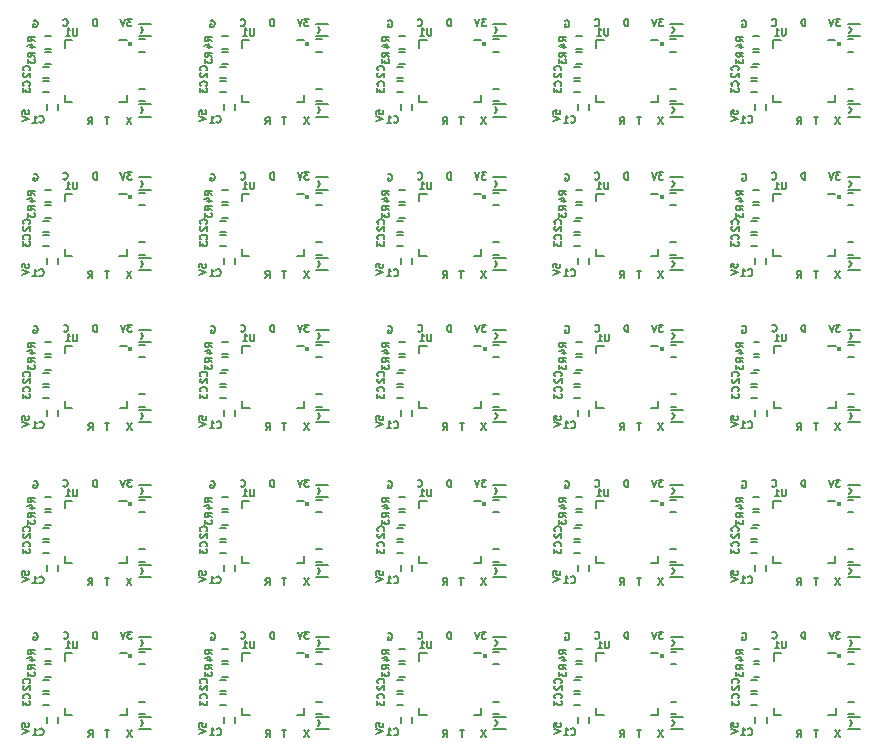
<source format=gbo>
*
%FSLAX26Y26*%
%MOIN*%
%ADD10C,0.005906*%
%ADD11C,0.015748*%
%IPPOS*%
%LNa.gbo*%
%LPD*%
%SRX1Y1I0J0*%
G01*
G75*
G54D10*
X-7677Y74562D02*
Y85811D01*
X3572Y86935D01*
X2447Y85811D01*
X1322Y83561D01*
Y77937D01*
X2447Y75687D01*
X3572Y74562D01*
X5821Y73437D01*
X11446D01*
X13695Y74562D01*
X14820Y75687D01*
X15945Y77937D01*
Y83561D01*
X14820Y85811D01*
X13695Y86935D01*
X-7677Y66688D02*
X15945Y58814D01*
X-7677Y50940D01*
X31356Y385811D02*
X33605Y386935D01*
X36980D01*
X40355Y385811D01*
X42604Y383561D01*
X43729Y381311D01*
X44854Y376812D01*
Y373437D01*
X43729Y368938D01*
X42604Y366688D01*
X40355Y364438D01*
X36980Y363313D01*
X34730D01*
X31356Y364438D01*
X30231Y365563D01*
Y373437D01*
X34730D01*
X357902Y391266D02*
X343279D01*
X351153Y382267D01*
X347779D01*
X345529Y381142D01*
X344404Y380018D01*
X343279Y377768D01*
Y372144D01*
X344404Y369894D01*
X345529Y368769D01*
X347779Y367644D01*
X354528D01*
X356777Y368769D01*
X357902Y369894D01*
X336530Y391266D02*
X328656Y367644D01*
X320782Y391266D01*
X357227Y63313D02*
X341479Y39691D01*
Y63313D02*
X357227Y39691D01*
G54D11*
X352897Y308645D03*
G54D10*
X241367Y367644D02*
Y391266D01*
X235743D01*
X232368Y390141D01*
X230118Y387892D01*
X228993Y385642D01*
X227869Y381142D01*
Y377768D01*
X228993Y373268D01*
X230118Y371019D01*
X232368Y368769D01*
X235743Y367644D01*
X241367D01*
X130624Y369894D02*
X131749Y368769D01*
X135124Y367644D01*
X137374D01*
X140748Y368769D01*
X142998Y371019D01*
X144123Y373268D01*
X145248Y377768D01*
Y381142D01*
X144123Y385642D01*
X142998Y387892D01*
X140748Y390141D01*
X137374Y391266D01*
X135124D01*
X131749Y390141D01*
X130624Y389016D01*
X283268Y63313D02*
X269769D01*
X276519Y39691D02*
Y63313D01*
X213695Y39691D02*
X221569Y50940D01*
X227194Y39691D02*
Y63313D01*
X218195D01*
X215945Y62188D01*
X214820Y61064D01*
X213695Y58814D01*
Y55439D01*
X214820Y53190D01*
X215945Y52065D01*
X218195Y50940D01*
X227194D01*
X135377Y319472D02*
Y294866D01*
X342070Y112779D02*
Y137385D01*
X135377Y112779D02*
Y137385D01*
X342070Y319472D02*
X317464D01*
X342070Y112779D02*
X317464D01*
X135377D02*
X159983D01*
X135377Y319472D02*
X159983D01*
X382424Y158055D02*
X402109D01*
Y116716D02*
X382424D01*
X396204Y353921D02*
X388330Y344078D01*
Y363763D02*
X396204Y353921D01*
X382424Y374590D02*
X423763D01*
X382424Y333251D02*
X423763D01*
X111755Y105889D02*
Y86204D01*
X74353D02*
Y105889D01*
X61558Y230889D02*
X81243D01*
Y193488D02*
X61558D01*
Y183645D02*
X81243D01*
Y146244D02*
X61558D01*
X396204Y86204D02*
X388330Y76362D01*
Y96047D02*
X396204Y86204D01*
X382424Y106874D02*
X423763D01*
X382424Y65535D02*
X423763D01*
X402109Y282070D02*
X382424D01*
Y323409D02*
X402109D01*
X88133Y240732D02*
X68448D01*
Y282070D02*
X88133D01*
Y291913D02*
X68448D01*
Y333251D02*
X88133D01*
X176013Y359376D02*
Y340254D01*
X174888Y338004D01*
X173763Y336879D01*
X171513Y335754D01*
X167014D01*
X164764Y336879D01*
X163639Y338004D01*
X162514Y340254D01*
Y359376D01*
X138892Y335754D02*
X152390D01*
X145641D02*
Y359376D01*
X147891Y356002D01*
X150141Y353752D01*
X152390Y352627D01*
X50141Y47453D02*
X51266Y46328D01*
X54640Y45203D01*
X56890D01*
X60264Y46328D01*
X62514Y48578D01*
X63639Y50827D01*
X64764Y55327D01*
Y58701D01*
X63639Y63201D01*
X62514Y65451D01*
X60264Y67700D01*
X56890Y68825D01*
X54640D01*
X51266Y67700D01*
X50141Y66575D01*
X27644Y45203D02*
X41142D01*
X34393D02*
Y68825D01*
X36642Y65451D01*
X38892Y63201D01*
X41142Y62076D01*
X16845Y220063D02*
X17970Y221187D01*
X19095Y224562D01*
Y226812D01*
X17970Y230186D01*
X15720Y232436D01*
X13470Y233561D01*
X8971Y234686D01*
X5596D01*
X1097Y233561D01*
X-1153Y232436D01*
X-3403Y230186D01*
X-4527Y226812D01*
Y224562D01*
X-3403Y221187D01*
X-2278Y220063D01*
Y211064D02*
X-3403Y209939D01*
X-4527Y207689D01*
Y202065D01*
X-3403Y199815D01*
X-2278Y198690D01*
X-28Y197565D01*
X2222D01*
X5596Y198690D01*
X19095Y212188D01*
Y197565D01*
X16845Y168881D02*
X17970Y170006D01*
X19095Y173381D01*
Y175631D01*
X17970Y179005D01*
X15720Y181255D01*
X13470Y182380D01*
X8971Y183505D01*
X5596D01*
X1097Y182380D01*
X-1153Y181255D01*
X-3403Y179005D01*
X-4527Y175631D01*
Y173381D01*
X-3403Y170006D01*
X-2278Y168881D01*
X-4527Y161007D02*
Y146384D01*
X4471Y154258D01*
Y150884D01*
X5596Y148634D01*
X6721Y147509D01*
X8971Y146384D01*
X14595D01*
X16845Y147509D01*
X17970Y148634D01*
X19095Y150884D01*
Y157633D01*
X17970Y159882D01*
X16845Y161007D01*
X34843Y265338D02*
X23594Y273212D01*
X34843Y278836D02*
X11221D01*
Y269838D01*
X12345Y267588D01*
X13470Y266463D01*
X15720Y265338D01*
X19095D01*
X21344Y266463D01*
X22469Y267588D01*
X23594Y269838D01*
Y278836D01*
X11221Y257464D02*
Y242841D01*
X20219Y250715D01*
Y247340D01*
X21344Y245091D01*
X22469Y243966D01*
X24719Y242841D01*
X30343D01*
X32593Y243966D01*
X33718Y245091D01*
X34843Y247340D01*
Y254089D01*
X33718Y256339D01*
X32593Y257464D01*
X34843Y316519D02*
X23594Y324393D01*
X34843Y330018D02*
X11221D01*
Y321019D01*
X12345Y318769D01*
X13470Y317644D01*
X15720Y316519D01*
X19095D01*
X21344Y317644D01*
X22469Y318769D01*
X23594Y321019D01*
Y330018D01*
X19095Y296272D02*
X34843D01*
X10096Y301896D02*
X26969Y307520D01*
Y292897D01*
X582874Y74562D02*
Y85811D01*
X594123Y86935D01*
X592998Y85811D01*
X591873Y83561D01*
Y77937D01*
X592998Y75687D01*
X594123Y74562D01*
X596372Y73437D01*
X601997D01*
X604246Y74562D01*
X605371Y75687D01*
X606496Y77937D01*
Y83561D01*
X605371Y85811D01*
X604246Y86935D01*
X582874Y66688D02*
X606496Y58814D01*
X582874Y50940D01*
X621907Y385811D02*
X624156Y386935D01*
X627531D01*
X630906Y385811D01*
X633155Y383561D01*
X634280Y381311D01*
X635405Y376812D01*
Y373437D01*
X634280Y368938D01*
X633155Y366688D01*
X630906Y364438D01*
X627531Y363313D01*
X625281D01*
X621907Y364438D01*
X620782Y365563D01*
Y373437D01*
X625281D01*
X948453Y391266D02*
X933830D01*
X941704Y382267D01*
X938330D01*
X936080Y381142D01*
X934955Y380018D01*
X933830Y377768D01*
Y372144D01*
X934955Y369894D01*
X936080Y368769D01*
X938330Y367644D01*
X945079D01*
X947328Y368769D01*
X948453Y369894D01*
X927081Y391266D02*
X919207Y367644D01*
X911333Y391266D01*
X947778Y63313D02*
X932030Y39691D01*
Y63313D02*
X947778Y39691D01*
G54D11*
X943448Y308645D03*
G54D10*
X831918Y367644D02*
Y391266D01*
X826294D01*
X822919Y390141D01*
X820669Y387892D01*
X819544Y385642D01*
X818419Y381142D01*
Y377768D01*
X819544Y373268D01*
X820669Y371019D01*
X822919Y368769D01*
X826294Y367644D01*
X831918D01*
X721175Y369894D02*
X722300Y368769D01*
X725675Y367644D01*
X727925D01*
X731299Y368769D01*
X733549Y371019D01*
X734674Y373268D01*
X735799Y377768D01*
Y381142D01*
X734674Y385642D01*
X733549Y387892D01*
X731299Y390141D01*
X727925Y391266D01*
X725675D01*
X722300Y390141D01*
X721175Y389016D01*
X873819Y63313D02*
X860320D01*
X867070Y39691D02*
Y63313D01*
X804246Y39691D02*
X812120Y50940D01*
X817745Y39691D02*
Y63313D01*
X808746D01*
X806496Y62188D01*
X805371Y61064D01*
X804246Y58814D01*
Y55439D01*
X805371Y53190D01*
X806496Y52065D01*
X808746Y50940D01*
X817745D01*
X725928Y319472D02*
Y294866D01*
X932621Y112779D02*
Y137385D01*
X725928Y112779D02*
Y137385D01*
X932621Y319472D02*
X908015D01*
X932621Y112779D02*
X908015D01*
X725928D02*
X750534D01*
X725928Y319472D02*
X750534D01*
X972975Y158055D02*
X992660D01*
Y116716D02*
X972975D01*
X986755Y353921D02*
X978881Y344078D01*
Y363763D02*
X986755Y353921D01*
X972975Y374590D02*
X1014314D01*
X972975Y333251D02*
X1014314D01*
X702306Y105889D02*
Y86204D01*
X664904D02*
Y105889D01*
X652109Y230889D02*
X671794D01*
Y193488D02*
X652109D01*
Y183645D02*
X671794D01*
Y146244D02*
X652109D01*
X986755Y86204D02*
X978881Y76362D01*
Y96047D02*
X986755Y86204D01*
X972975Y106874D02*
X1014314D01*
X972975Y65535D02*
X1014314D01*
X992660Y282070D02*
X972975D01*
Y323409D02*
X992660D01*
X678684Y240732D02*
X658999D01*
Y282070D02*
X678684D01*
Y291913D02*
X658999D01*
Y333251D02*
X678684D01*
X766563Y359376D02*
Y340254D01*
X765439Y338004D01*
X764314Y336879D01*
X762064Y335754D01*
X757565D01*
X755315Y336879D01*
X754190Y338004D01*
X753065Y340254D01*
Y359376D01*
X729443Y335754D02*
X742941D01*
X736192D02*
Y359376D01*
X738442Y356002D01*
X740692Y353752D01*
X742941Y352627D01*
X640692Y47453D02*
X641817Y46328D01*
X645191Y45203D01*
X647441D01*
X650815Y46328D01*
X653065Y48578D01*
X654190Y50827D01*
X655315Y55327D01*
Y58701D01*
X654190Y63201D01*
X653065Y65451D01*
X650815Y67700D01*
X647441Y68825D01*
X645191D01*
X641817Y67700D01*
X640692Y66575D01*
X618194Y45203D02*
X631693D01*
X624944D02*
Y68825D01*
X627193Y65451D01*
X629443Y63201D01*
X631693Y62076D01*
X607396Y220063D02*
X608521Y221187D01*
X609646Y224562D01*
Y226812D01*
X608521Y230186D01*
X606271Y232436D01*
X604021Y233561D01*
X599522Y234686D01*
X596147D01*
X591648Y233561D01*
X589398Y232436D01*
X587148Y230186D01*
X586024Y226812D01*
Y224562D01*
X587148Y221187D01*
X588273Y220063D01*
Y211064D02*
X587148Y209939D01*
X586024Y207689D01*
Y202065D01*
X587148Y199815D01*
X588273Y198690D01*
X590523Y197565D01*
X592773D01*
X596147Y198690D01*
X609646Y212188D01*
Y197565D01*
X607396Y168881D02*
X608521Y170006D01*
X609646Y173381D01*
Y175631D01*
X608521Y179005D01*
X606271Y181255D01*
X604021Y182380D01*
X599522Y183505D01*
X596147D01*
X591648Y182380D01*
X589398Y181255D01*
X587148Y179005D01*
X586024Y175631D01*
Y173381D01*
X587148Y170006D01*
X588273Y168881D01*
X586024Y161007D02*
Y146384D01*
X595022Y154258D01*
Y150884D01*
X596147Y148634D01*
X597272Y147509D01*
X599522Y146384D01*
X605146D01*
X607396Y147509D01*
X608521Y148634D01*
X609646Y150884D01*
Y157633D01*
X608521Y159882D01*
X607396Y161007D01*
X625394Y265338D02*
X614145Y273212D01*
X625394Y278836D02*
X601772D01*
Y269838D01*
X602896Y267588D01*
X604021Y266463D01*
X606271Y265338D01*
X609646D01*
X611895Y266463D01*
X613020Y267588D01*
X614145Y269838D01*
Y278836D01*
X601772Y257464D02*
Y242841D01*
X610770Y250715D01*
Y247340D01*
X611895Y245091D01*
X613020Y243966D01*
X615270Y242841D01*
X620894D01*
X623144Y243966D01*
X624269Y245091D01*
X625394Y247340D01*
Y254089D01*
X624269Y256339D01*
X623144Y257464D01*
X625394Y316519D02*
X614145Y324393D01*
X625394Y330018D02*
X601772D01*
Y321019D01*
X602896Y318769D01*
X604021Y317644D01*
X606271Y316519D01*
X609646D01*
X611895Y317644D01*
X613020Y318769D01*
X614145Y321019D01*
Y330018D01*
X609646Y296272D02*
X625394D01*
X600647Y301896D02*
X617520Y307520D01*
Y292897D01*
X1173425Y74562D02*
Y85811D01*
X1184674Y86935D01*
X1183549Y85811D01*
X1182424Y83561D01*
Y77937D01*
X1183549Y75687D01*
X1184674Y74562D01*
X1186923Y73437D01*
X1192548D01*
X1194797Y74562D01*
X1195922Y75687D01*
X1197047Y77937D01*
Y83561D01*
X1195922Y85811D01*
X1194797Y86935D01*
X1173425Y66688D02*
X1197047Y58814D01*
X1173425Y50940D01*
X1212458Y385811D02*
X1214707Y386935D01*
X1218082D01*
X1221457Y385811D01*
X1223706Y383561D01*
X1224831Y381311D01*
X1225956Y376812D01*
Y373437D01*
X1224831Y368938D01*
X1223706Y366688D01*
X1221457Y364438D01*
X1218082Y363313D01*
X1215832D01*
X1212458Y364438D01*
X1211333Y365563D01*
Y373437D01*
X1215832D01*
X1539004Y391266D02*
X1524381D01*
X1532255Y382267D01*
X1528881D01*
X1526631Y381142D01*
X1525506Y380018D01*
X1524381Y377768D01*
Y372144D01*
X1525506Y369894D01*
X1526631Y368769D01*
X1528881Y367644D01*
X1535630D01*
X1537879Y368769D01*
X1539004Y369894D01*
X1517632Y391266D02*
X1509758Y367644D01*
X1501884Y391266D01*
X1538329Y63313D02*
X1522581Y39691D01*
Y63313D02*
X1538329Y39691D01*
G54D11*
X1533999Y308645D03*
G54D10*
X1422469Y367644D02*
Y391266D01*
X1416845D01*
X1413470Y390141D01*
X1411220Y387892D01*
X1410095Y385642D01*
X1408971Y381142D01*
Y377768D01*
X1410095Y373268D01*
X1411220Y371019D01*
X1413470Y368769D01*
X1416845Y367644D01*
X1422469D01*
X1311726Y369894D02*
X1312851Y368769D01*
X1316226Y367644D01*
X1318476D01*
X1321850Y368769D01*
X1324100Y371019D01*
X1325225Y373268D01*
X1326350Y377768D01*
Y381142D01*
X1325225Y385642D01*
X1324100Y387892D01*
X1321850Y390141D01*
X1318476Y391266D01*
X1316226D01*
X1312851Y390141D01*
X1311726Y389016D01*
X1464370Y63313D02*
X1450872D01*
X1457621Y39691D02*
Y63313D01*
X1394797Y39691D02*
X1402671Y50940D01*
X1408296Y39691D02*
Y63313D01*
X1399297D01*
X1397047Y62188D01*
X1395922Y61064D01*
X1394797Y58814D01*
Y55439D01*
X1395922Y53190D01*
X1397047Y52065D01*
X1399297Y50940D01*
X1408296D01*
X1316479Y319472D02*
Y294866D01*
X1523172Y112779D02*
Y137385D01*
X1316479Y112779D02*
Y137385D01*
X1523172Y319472D02*
X1498566D01*
X1523172Y112779D02*
X1498566D01*
X1316479D02*
X1341085D01*
X1316479Y319472D02*
X1341085D01*
X1563526Y158055D02*
X1583211D01*
Y116716D02*
X1563526D01*
X1577306Y353921D02*
X1569432Y344078D01*
Y363763D02*
X1577306Y353921D01*
X1563526Y374590D02*
X1604865D01*
X1563526Y333251D02*
X1604865D01*
X1292857Y105889D02*
Y86204D01*
X1255455D02*
Y105889D01*
X1242660Y230889D02*
X1262345D01*
Y193488D02*
X1242660D01*
Y183645D02*
X1262345D01*
Y146244D02*
X1242660D01*
X1577306Y86204D02*
X1569432Y76362D01*
Y96047D02*
X1577306Y86204D01*
X1563526Y106874D02*
X1604865D01*
X1563526Y65535D02*
X1604865D01*
X1583211Y282070D02*
X1563526D01*
Y323409D02*
X1583211D01*
X1269235Y240732D02*
X1249550D01*
Y282070D02*
X1269235D01*
Y291913D02*
X1249550D01*
Y333251D02*
X1269235D01*
X1357115Y359376D02*
Y340254D01*
X1355990Y338004D01*
X1354865Y336879D01*
X1352615Y335754D01*
X1348116D01*
X1345866Y336879D01*
X1344741Y338004D01*
X1343616Y340254D01*
Y359376D01*
X1319994Y335754D02*
X1333493D01*
X1326743D02*
Y359376D01*
X1328993Y356002D01*
X1331243Y353752D01*
X1333493Y352627D01*
X1231243Y47453D02*
X1232368Y46328D01*
X1235742Y45203D01*
X1237992D01*
X1241367Y46328D01*
X1243616Y48578D01*
X1244741Y50827D01*
X1245866Y55327D01*
Y58701D01*
X1244741Y63201D01*
X1243616Y65451D01*
X1241367Y67700D01*
X1237992Y68825D01*
X1235742D01*
X1232368Y67700D01*
X1231243Y66575D01*
X1208746Y45203D02*
X1222244D01*
X1215495D02*
Y68825D01*
X1217744Y65451D01*
X1219994Y63201D01*
X1222244Y62076D01*
X1197947Y220063D02*
X1199072Y221187D01*
X1200197Y224562D01*
Y226812D01*
X1199072Y230186D01*
X1196822Y232436D01*
X1194572Y233561D01*
X1190073Y234686D01*
X1186698D01*
X1182199Y233561D01*
X1179949Y232436D01*
X1177700Y230186D01*
X1176575Y226812D01*
Y224562D01*
X1177700Y221187D01*
X1178824Y220063D01*
Y211064D02*
X1177700Y209939D01*
X1176575Y207689D01*
Y202065D01*
X1177700Y199815D01*
X1178824Y198690D01*
X1181074Y197565D01*
X1183324D01*
X1186698Y198690D01*
X1200197Y212188D01*
Y197565D01*
X1197947Y168881D02*
X1199072Y170006D01*
X1200197Y173381D01*
Y175631D01*
X1199072Y179005D01*
X1196822Y181255D01*
X1194572Y182380D01*
X1190073Y183505D01*
X1186698D01*
X1182199Y182380D01*
X1179949Y181255D01*
X1177700Y179005D01*
X1176575Y175631D01*
Y173381D01*
X1177700Y170006D01*
X1178824Y168881D01*
X1176575Y161007D02*
Y146384D01*
X1185574Y154258D01*
Y150884D01*
X1186698Y148634D01*
X1187823Y147509D01*
X1190073Y146384D01*
X1195697D01*
X1197947Y147509D01*
X1199072Y148634D01*
X1200197Y150884D01*
Y157633D01*
X1199072Y159882D01*
X1197947Y161007D01*
X1215945Y265338D02*
X1204696Y273212D01*
X1215945Y278836D02*
X1192323D01*
Y269838D01*
X1193448Y267588D01*
X1194572Y266463D01*
X1196822Y265338D01*
X1200197D01*
X1202446Y266463D01*
X1203571Y267588D01*
X1204696Y269838D01*
Y278836D01*
X1192323Y257464D02*
Y242841D01*
X1201322Y250715D01*
Y247340D01*
X1202446Y245091D01*
X1203571Y243966D01*
X1205821Y242841D01*
X1211445D01*
X1213695Y243966D01*
X1214820Y245091D01*
X1215945Y247340D01*
Y254089D01*
X1214820Y256339D01*
X1213695Y257464D01*
X1215945Y316519D02*
X1204696Y324393D01*
X1215945Y330018D02*
X1192323D01*
Y321019D01*
X1193448Y318769D01*
X1194572Y317644D01*
X1196822Y316519D01*
X1200197D01*
X1202446Y317644D01*
X1203571Y318769D01*
X1204696Y321019D01*
Y330018D01*
X1200197Y296272D02*
X1215945D01*
X1191198Y301896D02*
X1208071Y307520D01*
Y292897D01*
X1763976Y74562D02*
Y85811D01*
X1775225Y86935D01*
X1774100Y85811D01*
X1772975Y83561D01*
Y77937D01*
X1774100Y75687D01*
X1775225Y74562D01*
X1777474Y73437D01*
X1783099D01*
X1785348Y74562D01*
X1786473Y75687D01*
X1787598Y77937D01*
Y83561D01*
X1786473Y85811D01*
X1785348Y86935D01*
X1763976Y66688D02*
X1787598Y58814D01*
X1763976Y50940D01*
X1803009Y385811D02*
X1805258Y386935D01*
X1808633D01*
X1812008Y385811D01*
X1814257Y383561D01*
X1815382Y381311D01*
X1816507Y376812D01*
Y373437D01*
X1815382Y368938D01*
X1814257Y366688D01*
X1812008Y364438D01*
X1808633Y363313D01*
X1806383D01*
X1803009Y364438D01*
X1801884Y365563D01*
Y373437D01*
X1806383D01*
X2129555Y391266D02*
X2114932D01*
X2122806Y382267D01*
X2119432D01*
X2117182Y381142D01*
X2116057Y380018D01*
X2114932Y377768D01*
Y372144D01*
X2116057Y369894D01*
X2117182Y368769D01*
X2119432Y367644D01*
X2126181D01*
X2128430Y368769D01*
X2129555Y369894D01*
X2108183Y391266D02*
X2100309Y367644D01*
X2092435Y391266D01*
X2128880Y63313D02*
X2113132Y39691D01*
Y63313D02*
X2128880Y39691D01*
G54D11*
X2124550Y308645D03*
G54D10*
X2013020Y367644D02*
Y391266D01*
X2007396D01*
X2004021Y390141D01*
X2001771Y387892D01*
X2000646Y385642D01*
X1999522Y381142D01*
Y377768D01*
X2000646Y373268D01*
X2001771Y371019D01*
X2004021Y368769D01*
X2007396Y367644D01*
X2013020D01*
X1902277Y369894D02*
X1903402Y368769D01*
X1906777Y367644D01*
X1909027D01*
X1912401Y368769D01*
X1914651Y371019D01*
X1915776Y373268D01*
X1916901Y377768D01*
Y381142D01*
X1915776Y385642D01*
X1914651Y387892D01*
X1912401Y390141D01*
X1909027Y391266D01*
X1906777D01*
X1903402Y390141D01*
X1902277Y389016D01*
X2054921Y63313D02*
X2041423D01*
X2048172Y39691D02*
Y63313D01*
X1985348Y39691D02*
X1993222Y50940D01*
X1998847Y39691D02*
Y63313D01*
X1989848D01*
X1987598Y62188D01*
X1986473Y61064D01*
X1985348Y58814D01*
Y55439D01*
X1986473Y53190D01*
X1987598Y52065D01*
X1989848Y50940D01*
X1998847D01*
X1907030Y319472D02*
Y294866D01*
X2113723Y112779D02*
Y137385D01*
X1907030Y112779D02*
Y137385D01*
X2113723Y319472D02*
X2089117D01*
X2113723Y112779D02*
X2089117D01*
X1907030D02*
X1931636D01*
X1907030Y319472D02*
X1931636D01*
X2154077Y158055D02*
X2173762D01*
Y116716D02*
X2154077D01*
X2167857Y353921D02*
X2159983Y344078D01*
Y363763D02*
X2167857Y353921D01*
X2154077Y374590D02*
X2195416D01*
X2154077Y333251D02*
X2195416D01*
X1883408Y105889D02*
Y86204D01*
X1846006D02*
Y105889D01*
X1833211Y230889D02*
X1852896D01*
Y193488D02*
X1833211D01*
Y183645D02*
X1852896D01*
Y146244D02*
X1833211D01*
X2167857Y86204D02*
X2159983Y76362D01*
Y96047D02*
X2167857Y86204D01*
X2154077Y106874D02*
X2195416D01*
X2154077Y65535D02*
X2195416D01*
X2173762Y282070D02*
X2154077D01*
Y323409D02*
X2173762D01*
X1859786Y240732D02*
X1840101D01*
Y282070D02*
X1859786D01*
Y291913D02*
X1840101D01*
Y333251D02*
X1859786D01*
X1947666Y359376D02*
Y340254D01*
X1946541Y338004D01*
X1945416Y336879D01*
X1943166Y335754D01*
X1938667D01*
X1936417Y336879D01*
X1935292Y338004D01*
X1934167Y340254D01*
Y359376D01*
X1910545Y335754D02*
X1924044D01*
X1917294D02*
Y359376D01*
X1919544Y356002D01*
X1921794Y353752D01*
X1924044Y352627D01*
X1821794Y47453D02*
X1822919Y46328D01*
X1826293Y45203D01*
X1828543D01*
X1831918Y46328D01*
X1834167Y48578D01*
X1835292Y50827D01*
X1836417Y55327D01*
Y58701D01*
X1835292Y63201D01*
X1834167Y65451D01*
X1831918Y67700D01*
X1828543Y68825D01*
X1826293D01*
X1822919Y67700D01*
X1821794Y66575D01*
X1799297Y45203D02*
X1812795D01*
X1806046D02*
Y68825D01*
X1808295Y65451D01*
X1810545Y63201D01*
X1812795Y62076D01*
X1788498Y220063D02*
X1789623Y221187D01*
X1790748Y224562D01*
Y226812D01*
X1789623Y230186D01*
X1787373Y232436D01*
X1785123Y233561D01*
X1780624Y234686D01*
X1777249D01*
X1772750Y233561D01*
X1770500Y232436D01*
X1768250Y230186D01*
X1767126Y226812D01*
Y224562D01*
X1768250Y221187D01*
X1769375Y220063D01*
Y211064D02*
X1768250Y209939D01*
X1767126Y207689D01*
Y202065D01*
X1768250Y199815D01*
X1769375Y198690D01*
X1771625Y197565D01*
X1773875D01*
X1777249Y198690D01*
X1790748Y212188D01*
Y197565D01*
X1788498Y168881D02*
X1789623Y170006D01*
X1790748Y173381D01*
Y175631D01*
X1789623Y179005D01*
X1787373Y181255D01*
X1785123Y182380D01*
X1780624Y183505D01*
X1777249D01*
X1772750Y182380D01*
X1770500Y181255D01*
X1768250Y179005D01*
X1767126Y175631D01*
Y173381D01*
X1768250Y170006D01*
X1769375Y168881D01*
X1767126Y161007D02*
Y146384D01*
X1776125Y154258D01*
Y150884D01*
X1777249Y148634D01*
X1778374Y147509D01*
X1780624Y146384D01*
X1786248D01*
X1788498Y147509D01*
X1789623Y148634D01*
X1790748Y150884D01*
Y157633D01*
X1789623Y159882D01*
X1788498Y161007D01*
X1806496Y265338D02*
X1795247Y273212D01*
X1806496Y278836D02*
X1782874D01*
Y269838D01*
X1783999Y267588D01*
X1785123Y266463D01*
X1787373Y265338D01*
X1790748D01*
X1792997Y266463D01*
X1794122Y267588D01*
X1795247Y269838D01*
Y278836D01*
X1782874Y257464D02*
Y242841D01*
X1791873Y250715D01*
Y247340D01*
X1792997Y245091D01*
X1794122Y243966D01*
X1796372Y242841D01*
X1801996D01*
X1804246Y243966D01*
X1805371Y245091D01*
X1806496Y247340D01*
Y254089D01*
X1805371Y256339D01*
X1804246Y257464D01*
X1806496Y316519D02*
X1795247Y324393D01*
X1806496Y330018D02*
X1782874D01*
Y321019D01*
X1783999Y318769D01*
X1785123Y317644D01*
X1787373Y316519D01*
X1790748D01*
X1792997Y317644D01*
X1794122Y318769D01*
X1795247Y321019D01*
Y330018D01*
X1790748Y296272D02*
X1806496D01*
X1781749Y301896D02*
X1798622Y307520D01*
Y292897D01*
X2354527Y74562D02*
Y85811D01*
X2365776Y86935D01*
X2364651Y85811D01*
X2363526Y83561D01*
Y77937D01*
X2364651Y75687D01*
X2365776Y74562D01*
X2368025Y73437D01*
X2373650D01*
X2375899Y74562D01*
X2377024Y75687D01*
X2378149Y77937D01*
Y83561D01*
X2377024Y85811D01*
X2375899Y86935D01*
X2354527Y66688D02*
X2378149Y58814D01*
X2354527Y50940D01*
X2393560Y385811D02*
X2395809Y386935D01*
X2399184D01*
X2402559Y385811D01*
X2404808Y383561D01*
X2405933Y381311D01*
X2407058Y376812D01*
Y373437D01*
X2405933Y368938D01*
X2404808Y366688D01*
X2402559Y364438D01*
X2399184Y363313D01*
X2396934D01*
X2393560Y364438D01*
X2392435Y365563D01*
Y373437D01*
X2396934D01*
X2720106Y391266D02*
X2705483D01*
X2713357Y382267D01*
X2709983D01*
X2707733Y381142D01*
X2706608Y380018D01*
X2705483Y377768D01*
Y372144D01*
X2706608Y369894D01*
X2707733Y368769D01*
X2709983Y367644D01*
X2716732D01*
X2718981Y368769D01*
X2720106Y369894D01*
X2698734Y391266D02*
X2690860Y367644D01*
X2682986Y391266D01*
X2719431Y63313D02*
X2703683Y39691D01*
Y63313D02*
X2719431Y39691D01*
G54D11*
X2715101Y308645D03*
G54D10*
X2603571Y367644D02*
Y391266D01*
X2597947D01*
X2594572Y390141D01*
X2592322Y387892D01*
X2591197Y385642D01*
X2590073Y381142D01*
Y377768D01*
X2591197Y373268D01*
X2592322Y371019D01*
X2594572Y368769D01*
X2597947Y367644D01*
X2603571D01*
X2492828Y369894D02*
X2493953Y368769D01*
X2497328Y367644D01*
X2499578D01*
X2502952Y368769D01*
X2505202Y371019D01*
X2506327Y373268D01*
X2507452Y377768D01*
Y381142D01*
X2506327Y385642D01*
X2505202Y387892D01*
X2502952Y390141D01*
X2499578Y391266D01*
X2497328D01*
X2493953Y390141D01*
X2492828Y389016D01*
X2645472Y63313D02*
X2631974D01*
X2638723Y39691D02*
Y63313D01*
X2575899Y39691D02*
X2583773Y50940D01*
X2589398Y39691D02*
Y63313D01*
X2580399D01*
X2578149Y62188D01*
X2577024Y61064D01*
X2575899Y58814D01*
Y55439D01*
X2577024Y53190D01*
X2578149Y52065D01*
X2580399Y50940D01*
X2589398D01*
X2497581Y319472D02*
Y294866D01*
X2704274Y112779D02*
Y137385D01*
X2497581Y112779D02*
Y137385D01*
X2704274Y319472D02*
X2679668D01*
X2704274Y112779D02*
X2679668D01*
X2497581D02*
X2522187D01*
X2497581Y319472D02*
X2522187D01*
X2744628Y158055D02*
X2764313D01*
Y116716D02*
X2744628D01*
X2758408Y353921D02*
X2750534Y344078D01*
Y363763D02*
X2758408Y353921D01*
X2744628Y374590D02*
X2785967D01*
X2744628Y333251D02*
X2785967D01*
X2473959Y105889D02*
Y86204D01*
X2436557D02*
Y105889D01*
X2423762Y230889D02*
X2443447D01*
Y193488D02*
X2423762D01*
Y183645D02*
X2443447D01*
Y146244D02*
X2423762D01*
X2758408Y86204D02*
X2750534Y76362D01*
Y96047D02*
X2758408Y86204D01*
X2744628Y106874D02*
X2785967D01*
X2744628Y65535D02*
X2785967D01*
X2764313Y282070D02*
X2744628D01*
Y323409D02*
X2764313D01*
X2450337Y240732D02*
X2430652D01*
Y282070D02*
X2450337D01*
Y291913D02*
X2430652D01*
Y333251D02*
X2450337D01*
X2538217Y359376D02*
Y340254D01*
X2537092Y338004D01*
X2535967Y336879D01*
X2533717Y335754D01*
X2529218D01*
X2526968Y336879D01*
X2525843Y338004D01*
X2524718Y340254D01*
Y359376D01*
X2501096Y335754D02*
X2514594D01*
X2507845D02*
Y359376D01*
X2510095Y356002D01*
X2512345Y353752D01*
X2514594Y352627D01*
X2412345Y47453D02*
X2413470Y46328D01*
X2416844Y45203D01*
X2419094D01*
X2422469Y46328D01*
X2424718Y48578D01*
X2425843Y50827D01*
X2426968Y55327D01*
Y58701D01*
X2425843Y63201D01*
X2424718Y65451D01*
X2422469Y67700D01*
X2419094Y68825D01*
X2416844D01*
X2413470Y67700D01*
X2412345Y66575D01*
X2389848Y45203D02*
X2403346D01*
X2396597D02*
Y68825D01*
X2398846Y65451D01*
X2401096Y63201D01*
X2403346Y62076D01*
X2379049Y220063D02*
X2380174Y221187D01*
X2381299Y224562D01*
Y226812D01*
X2380174Y230186D01*
X2377924Y232436D01*
X2375674Y233561D01*
X2371175Y234686D01*
X2367800D01*
X2363301Y233561D01*
X2361051Y232436D01*
X2358801Y230186D01*
X2357677Y226812D01*
Y224562D01*
X2358801Y221187D01*
X2359926Y220063D01*
Y211064D02*
X2358801Y209939D01*
X2357677Y207689D01*
Y202065D01*
X2358801Y199815D01*
X2359926Y198690D01*
X2362176Y197565D01*
X2364426D01*
X2367800Y198690D01*
X2381299Y212188D01*
Y197565D01*
X2379049Y168881D02*
X2380174Y170006D01*
X2381299Y173381D01*
Y175631D01*
X2380174Y179005D01*
X2377924Y181255D01*
X2375674Y182380D01*
X2371175Y183505D01*
X2367800D01*
X2363301Y182380D01*
X2361051Y181255D01*
X2358801Y179005D01*
X2357677Y175631D01*
Y173381D01*
X2358801Y170006D01*
X2359926Y168881D01*
X2357677Y161007D02*
Y146384D01*
X2366675Y154258D01*
Y150884D01*
X2367800Y148634D01*
X2368925Y147509D01*
X2371175Y146384D01*
X2376799D01*
X2379049Y147509D01*
X2380174Y148634D01*
X2381299Y150884D01*
Y157633D01*
X2380174Y159882D01*
X2379049Y161007D01*
X2397047Y265338D02*
X2385798Y273212D01*
X2397047Y278836D02*
X2373425D01*
Y269838D01*
X2374550Y267588D01*
X2375674Y266463D01*
X2377924Y265338D01*
X2381299D01*
X2383548Y266463D01*
X2384673Y267588D01*
X2385798Y269838D01*
Y278836D01*
X2373425Y257464D02*
Y242841D01*
X2382424Y250715D01*
Y247340D01*
X2383548Y245091D01*
X2384673Y243966D01*
X2386923Y242841D01*
X2392547D01*
X2394797Y243966D01*
X2395922Y245091D01*
X2397047Y247340D01*
Y254089D01*
X2395922Y256339D01*
X2394797Y257464D01*
X2397047Y316519D02*
X2385798Y324393D01*
X2397047Y330018D02*
X2373425D01*
Y321019D01*
X2374550Y318769D01*
X2375674Y317644D01*
X2377924Y316519D01*
X2381299D01*
X2383548Y317644D01*
X2384673Y318769D01*
X2385798Y321019D01*
Y330018D01*
X2381299Y296272D02*
X2397047D01*
X2372300Y301896D02*
X2389173Y307520D01*
Y292897D01*
X-8168Y581602D02*
Y592851D01*
X3081Y593975D01*
X1956Y592851D01*
X831Y590601D01*
Y584977D01*
X1956Y582727D01*
X3081Y581602D01*
X5330Y580477D01*
X10955D01*
X13204Y581602D01*
X14329Y582727D01*
X15454Y584977D01*
Y590601D01*
X14329Y592851D01*
X13204Y593975D01*
X-8168Y573728D02*
X15454Y565854D01*
X-8168Y557980D01*
X30865Y892851D02*
X33114Y893975D01*
X36489D01*
X39863Y892851D01*
X42113Y890601D01*
X43238Y888351D01*
X44363Y883852D01*
Y880477D01*
X43238Y875978D01*
X42113Y873728D01*
X39863Y871478D01*
X36489Y870353D01*
X34239D01*
X30865Y871478D01*
X29740Y872603D01*
Y880477D01*
X34239D01*
X357411Y898306D02*
X342788D01*
X350662Y889307D01*
X347288D01*
X345038Y888182D01*
X343913Y887058D01*
X342788Y884808D01*
Y879184D01*
X343913Y876934D01*
X345038Y875809D01*
X347288Y874684D01*
X354037D01*
X356286Y875809D01*
X357411Y876934D01*
X336039Y898306D02*
X328165Y874684D01*
X320291Y898306D01*
X356736Y570353D02*
X340988Y546731D01*
Y570353D02*
X356736Y546731D01*
G54D11*
X352406Y815685D03*
G54D10*
X240876Y874684D02*
Y898306D01*
X235251D01*
X231877Y897181D01*
X229627Y894932D01*
X228502Y892682D01*
X227377Y888182D01*
Y884808D01*
X228502Y880308D01*
X229627Y878059D01*
X231877Y875809D01*
X235251Y874684D01*
X240876D01*
X130133Y876934D02*
X131258Y875809D01*
X134633Y874684D01*
X136883D01*
X140257Y875809D01*
X142507Y878059D01*
X143632Y880308D01*
X144757Y884808D01*
Y888182D01*
X143632Y892682D01*
X142507Y894932D01*
X140257Y897181D01*
X136883Y898306D01*
X134633D01*
X131258Y897181D01*
X130133Y896056D01*
X282777Y570353D02*
X269278D01*
X276028Y546731D02*
Y570353D01*
X213204Y546731D02*
X221078Y557980D01*
X226703Y546731D02*
Y570353D01*
X217704D01*
X215454Y569229D01*
X214329Y568104D01*
X213204Y565854D01*
Y562479D01*
X214329Y560230D01*
X215454Y559105D01*
X217704Y557980D01*
X226703D01*
X134886Y826512D02*
Y801906D01*
X341579Y619819D02*
Y644425D01*
X134886Y619819D02*
Y644425D01*
X341579Y826512D02*
X316973D01*
X341579Y619819D02*
X316973D01*
X134886D02*
X159492D01*
X134886Y826512D02*
X159492D01*
X381933Y665095D02*
X401618D01*
Y623756D02*
X381933D01*
X395713Y860961D02*
X387839Y851118D01*
Y870803D02*
X395713Y860961D01*
X381933Y881630D02*
X423272D01*
X381933Y840292D02*
X423272D01*
X111264Y612929D02*
Y593244D01*
X73862D02*
Y612929D01*
X61067Y737929D02*
X80752D01*
Y700528D02*
X61067D01*
Y690685D02*
X80752D01*
Y653284D02*
X61067D01*
X395713Y593244D02*
X387839Y583402D01*
Y603087D02*
X395713Y593244D01*
X381933Y613914D02*
X423272D01*
X381933Y572575D02*
X423272D01*
X401618Y789110D02*
X381933D01*
Y830449D02*
X401618D01*
X87642Y747772D02*
X67957D01*
Y789110D02*
X87642D01*
Y798953D02*
X67957D01*
Y840292D02*
X87642D01*
X175521Y866416D02*
Y847294D01*
X174397Y845044D01*
X173272Y843919D01*
X171022Y842794D01*
X166523D01*
X164273Y843919D01*
X163148Y845044D01*
X162023Y847294D01*
Y866416D01*
X138401Y842794D02*
X151899D01*
X145150D02*
Y866416D01*
X147400Y863042D01*
X149650Y860792D01*
X151899Y859667D01*
X49650Y554493D02*
X50775Y553368D01*
X54149Y552243D01*
X56399D01*
X59773Y553368D01*
X62023Y555618D01*
X63148Y557868D01*
X64273Y562367D01*
Y565742D01*
X63148Y570241D01*
X62023Y572491D01*
X59773Y574740D01*
X56399Y575865D01*
X54149D01*
X50775Y574740D01*
X49650Y573616D01*
X27152Y552243D02*
X40651D01*
X33902D02*
Y575865D01*
X36151Y572491D01*
X38401Y570241D01*
X40651Y569116D01*
X16354Y727103D02*
X17479Y728227D01*
X18604Y731602D01*
Y733852D01*
X17479Y737226D01*
X15229Y739476D01*
X12979Y740601D01*
X8480Y741726D01*
X5105D01*
X606Y740601D01*
X-1644Y739476D01*
X-3894Y737226D01*
X-5018Y733852D01*
Y731602D01*
X-3894Y728227D01*
X-2769Y727103D01*
Y718104D02*
X-3894Y716979D01*
X-5018Y714729D01*
Y709105D01*
X-3894Y706855D01*
X-2769Y705730D01*
X-519Y704605D01*
X1731D01*
X5105Y705730D01*
X18604Y719229D01*
Y704605D01*
X16354Y675921D02*
X17479Y677046D01*
X18604Y680421D01*
Y682671D01*
X17479Y686045D01*
X15229Y688295D01*
X12979Y689420D01*
X8480Y690545D01*
X5105D01*
X606Y689420D01*
X-1644Y688295D01*
X-3894Y686045D01*
X-5018Y682671D01*
Y680421D01*
X-3894Y677046D01*
X-2769Y675921D01*
X-5018Y668047D02*
Y653424D01*
X3980Y661298D01*
Y657924D01*
X5105Y655674D01*
X6230Y654549D01*
X8480Y653424D01*
X14104D01*
X16354Y654549D01*
X17479Y655674D01*
X18604Y657924D01*
Y664673D01*
X17479Y666923D01*
X16354Y668047D01*
X34352Y772378D02*
X23103Y780252D01*
X34352Y785876D02*
X10730D01*
Y776878D01*
X11854Y774628D01*
X12979Y773503D01*
X15229Y772378D01*
X18604D01*
X20853Y773503D01*
X21978Y774628D01*
X23103Y776878D01*
Y785876D01*
X10730Y764504D02*
Y749881D01*
X19728Y757755D01*
Y754380D01*
X20853Y752131D01*
X21978Y751006D01*
X24228Y749881D01*
X29852D01*
X32102Y751006D01*
X33227Y752131D01*
X34352Y754380D01*
Y761130D01*
X33227Y763379D01*
X32102Y764504D01*
X34352Y823559D02*
X23103Y831433D01*
X34352Y837058D02*
X10730D01*
Y828059D01*
X11854Y825809D01*
X12979Y824684D01*
X15229Y823559D01*
X18604D01*
X20853Y824684D01*
X21978Y825809D01*
X23103Y828059D01*
Y837058D01*
X18604Y803312D02*
X34352D01*
X9605Y808936D02*
X26478Y814560D01*
Y799937D01*
X582383Y581602D02*
Y592851D01*
X593631Y593975D01*
X592507Y592851D01*
X591382Y590601D01*
Y584977D01*
X592507Y582727D01*
X593631Y581602D01*
X595881Y580477D01*
X601506D01*
X603755Y581602D01*
X604880Y582727D01*
X606005Y584977D01*
Y590601D01*
X604880Y592851D01*
X603755Y593975D01*
X582383Y573728D02*
X606005Y565854D01*
X582383Y557980D01*
X621416Y892851D02*
X623665Y893975D01*
X627040D01*
X630414Y892851D01*
X632664Y890601D01*
X633789Y888351D01*
X634914Y883852D01*
Y880477D01*
X633789Y875978D01*
X632664Y873728D01*
X630414Y871478D01*
X627040Y870353D01*
X624790D01*
X621416Y871478D01*
X620291Y872603D01*
Y880477D01*
X624790D01*
X947962Y898306D02*
X933339D01*
X941213Y889307D01*
X937838D01*
X935589Y888182D01*
X934464Y887058D01*
X933339Y884808D01*
Y879184D01*
X934464Y876934D01*
X935589Y875809D01*
X937838Y874684D01*
X944588D01*
X946837Y875809D01*
X947962Y876934D01*
X926590Y898306D02*
X918716Y874684D01*
X910842Y898306D01*
X947287Y570353D02*
X931539Y546731D01*
Y570353D02*
X947287Y546731D01*
G54D11*
X942957Y815685D03*
G54D10*
X831427Y874684D02*
Y898306D01*
X825802D01*
X822428Y897181D01*
X820178Y894932D01*
X819053Y892682D01*
X817928Y888182D01*
Y884808D01*
X819053Y880308D01*
X820178Y878059D01*
X822428Y875809D01*
X825802Y874684D01*
X831427D01*
X720684Y876934D02*
X721809Y875809D01*
X725184Y874684D01*
X727434D01*
X730808Y875809D01*
X733058Y878059D01*
X734183Y880308D01*
X735308Y884808D01*
Y888182D01*
X734183Y892682D01*
X733058Y894932D01*
X730808Y897181D01*
X727434Y898306D01*
X725184D01*
X721809Y897181D01*
X720684Y896056D01*
X873328Y570353D02*
X859829D01*
X866579Y546731D02*
Y570353D01*
X803755Y546731D02*
X811629Y557980D01*
X817254Y546731D02*
Y570353D01*
X808255D01*
X806005Y569229D01*
X804880Y568104D01*
X803755Y565854D01*
Y562479D01*
X804880Y560230D01*
X806005Y559105D01*
X808255Y557980D01*
X817254D01*
X725437Y826512D02*
Y801906D01*
X932130Y619819D02*
Y644425D01*
X725437Y619819D02*
Y644425D01*
X932130Y826512D02*
X907524D01*
X932130Y619819D02*
X907524D01*
X725437D02*
X750043D01*
X725437Y826512D02*
X750043D01*
X972484Y665095D02*
X992169D01*
Y623756D02*
X972484D01*
X986264Y860961D02*
X978390Y851118D01*
Y870803D02*
X986264Y860961D01*
X972484Y881630D02*
X1013823D01*
X972484Y840292D02*
X1013823D01*
X701815Y612929D02*
Y593244D01*
X664413D02*
Y612929D01*
X651618Y737929D02*
X671303D01*
Y700528D02*
X651618D01*
Y690685D02*
X671303D01*
Y653284D02*
X651618D01*
X986264Y593244D02*
X978390Y583402D01*
Y603087D02*
X986264Y593244D01*
X972484Y613914D02*
X1013823D01*
X972484Y572575D02*
X1013823D01*
X992169Y789110D02*
X972484D01*
Y830449D02*
X992169D01*
X678193Y747772D02*
X658508D01*
Y789110D02*
X678193D01*
Y798953D02*
X658508D01*
Y840292D02*
X678193D01*
X766072Y866416D02*
Y847294D01*
X764948Y845044D01*
X763823Y843919D01*
X761573Y842794D01*
X757074D01*
X754824Y843919D01*
X753699Y845044D01*
X752574Y847294D01*
Y866416D01*
X728952Y842794D02*
X742450D01*
X735701D02*
Y866416D01*
X737951Y863042D01*
X740201Y860792D01*
X742450Y859667D01*
X640201Y554493D02*
X641325Y553368D01*
X644700Y552243D01*
X646950D01*
X650324Y553368D01*
X652574Y555618D01*
X653699Y557868D01*
X654824Y562367D01*
Y565742D01*
X653699Y570241D01*
X652574Y572491D01*
X650324Y574740D01*
X646950Y575865D01*
X644700D01*
X641325Y574740D01*
X640201Y573616D01*
X617703Y552243D02*
X631202D01*
X624453D02*
Y575865D01*
X626702Y572491D01*
X628952Y570241D01*
X631202Y569116D01*
X606905Y727103D02*
X608030Y728227D01*
X609155Y731602D01*
Y733852D01*
X608030Y737226D01*
X605780Y739476D01*
X603530Y740601D01*
X599031Y741726D01*
X595656D01*
X591157Y740601D01*
X588907Y739476D01*
X586657Y737226D01*
X585533Y733852D01*
Y731602D01*
X586657Y728227D01*
X587782Y727103D01*
Y718104D02*
X586657Y716979D01*
X585533Y714729D01*
Y709105D01*
X586657Y706855D01*
X587782Y705730D01*
X590032Y704605D01*
X592282D01*
X595656Y705730D01*
X609155Y719229D01*
Y704605D01*
X606905Y675921D02*
X608030Y677046D01*
X609155Y680421D01*
Y682671D01*
X608030Y686045D01*
X605780Y688295D01*
X603530Y689420D01*
X599031Y690545D01*
X595656D01*
X591157Y689420D01*
X588907Y688295D01*
X586657Y686045D01*
X585533Y682671D01*
Y680421D01*
X586657Y677046D01*
X587782Y675921D01*
X585533Y668047D02*
Y653424D01*
X594531Y661298D01*
Y657924D01*
X595656Y655674D01*
X596781Y654549D01*
X599031Y653424D01*
X604655D01*
X606905Y654549D01*
X608030Y655674D01*
X609155Y657924D01*
Y664673D01*
X608030Y666923D01*
X606905Y668047D01*
X624903Y772378D02*
X613654Y780252D01*
X624903Y785876D02*
X601281D01*
Y776878D01*
X602405Y774628D01*
X603530Y773503D01*
X605780Y772378D01*
X609155D01*
X611404Y773503D01*
X612529Y774628D01*
X613654Y776878D01*
Y785876D01*
X601281Y764504D02*
Y749881D01*
X610279Y757755D01*
Y754380D01*
X611404Y752131D01*
X612529Y751006D01*
X614779Y749881D01*
X620403D01*
X622653Y751006D01*
X623778Y752131D01*
X624903Y754380D01*
Y761130D01*
X623778Y763379D01*
X622653Y764504D01*
X624903Y823559D02*
X613654Y831433D01*
X624903Y837058D02*
X601281D01*
Y828059D01*
X602405Y825809D01*
X603530Y824684D01*
X605780Y823559D01*
X609155D01*
X611404Y824684D01*
X612529Y825809D01*
X613654Y828059D01*
Y837058D01*
X609155Y803312D02*
X624903D01*
X600156Y808936D02*
X617029Y814560D01*
Y799937D01*
X1172934Y581602D02*
Y592851D01*
X1184183Y593975D01*
X1183058Y592851D01*
X1181933Y590601D01*
Y584977D01*
X1183058Y582727D01*
X1184183Y581602D01*
X1186432Y580477D01*
X1192057D01*
X1194306Y581602D01*
X1195431Y582727D01*
X1196556Y584977D01*
Y590601D01*
X1195431Y592851D01*
X1194306Y593975D01*
X1172934Y573728D02*
X1196556Y565854D01*
X1172934Y557980D01*
X1211967Y892851D02*
X1214216Y893975D01*
X1217591D01*
X1220966Y892851D01*
X1223215Y890601D01*
X1224340Y888351D01*
X1225465Y883852D01*
Y880477D01*
X1224340Y875978D01*
X1223215Y873728D01*
X1220966Y871478D01*
X1217591Y870353D01*
X1215341D01*
X1211967Y871478D01*
X1210842Y872603D01*
Y880477D01*
X1215341D01*
X1538513Y898306D02*
X1523890D01*
X1531764Y889307D01*
X1528390D01*
X1526140Y888182D01*
X1525015Y887058D01*
X1523890Y884808D01*
Y879184D01*
X1525015Y876934D01*
X1526140Y875809D01*
X1528390Y874684D01*
X1535139D01*
X1537388Y875809D01*
X1538513Y876934D01*
X1517141Y898306D02*
X1509267Y874684D01*
X1501393Y898306D01*
X1537838Y570353D02*
X1522090Y546731D01*
Y570353D02*
X1537838Y546731D01*
G54D11*
X1533508Y815685D03*
G54D10*
X1421978Y874684D02*
Y898306D01*
X1416354D01*
X1412979Y897181D01*
X1410729Y894932D01*
X1409604Y892682D01*
X1408480Y888182D01*
Y884808D01*
X1409604Y880308D01*
X1410729Y878059D01*
X1412979Y875809D01*
X1416354Y874684D01*
X1421978D01*
X1311235Y876934D02*
X1312360Y875809D01*
X1315735Y874684D01*
X1317985D01*
X1321359Y875809D01*
X1323609Y878059D01*
X1324734Y880308D01*
X1325859Y884808D01*
Y888182D01*
X1324734Y892682D01*
X1323609Y894932D01*
X1321359Y897181D01*
X1317985Y898306D01*
X1315735D01*
X1312360Y897181D01*
X1311235Y896056D01*
X1463879Y570353D02*
X1450381D01*
X1457130Y546731D02*
Y570353D01*
X1394306Y546731D02*
X1402180Y557980D01*
X1407805Y546731D02*
Y570353D01*
X1398806D01*
X1396556Y569229D01*
X1395431Y568104D01*
X1394306Y565854D01*
Y562479D01*
X1395431Y560230D01*
X1396556Y559105D01*
X1398806Y557980D01*
X1407805D01*
X1315988Y826512D02*
Y801906D01*
X1522681Y619819D02*
Y644425D01*
X1315988Y619819D02*
Y644425D01*
X1522681Y826512D02*
X1498075D01*
X1522681Y619819D02*
X1498075D01*
X1315988D02*
X1340594D01*
X1315988Y826512D02*
X1340594D01*
X1563035Y665095D02*
X1582720D01*
Y623756D02*
X1563035D01*
X1576815Y860961D02*
X1568941Y851118D01*
Y870803D02*
X1576815Y860961D01*
X1563035Y881630D02*
X1604374D01*
X1563035Y840292D02*
X1604374D01*
X1292366Y612929D02*
Y593244D01*
X1254964D02*
Y612929D01*
X1242169Y737929D02*
X1261854D01*
Y700528D02*
X1242169D01*
Y690685D02*
X1261854D01*
Y653284D02*
X1242169D01*
X1576815Y593244D02*
X1568941Y583402D01*
Y603087D02*
X1576815Y593244D01*
X1563035Y613914D02*
X1604374D01*
X1563035Y572575D02*
X1604374D01*
X1582720Y789110D02*
X1563035D01*
Y830449D02*
X1582720D01*
X1268744Y747772D02*
X1249059D01*
Y789110D02*
X1268744D01*
Y798953D02*
X1249059D01*
Y840292D02*
X1268744D01*
X1356624Y866416D02*
Y847294D01*
X1355499Y845044D01*
X1354374Y843919D01*
X1352124Y842794D01*
X1347625D01*
X1345375Y843919D01*
X1344250Y845044D01*
X1343125Y847294D01*
Y866416D01*
X1319503Y842794D02*
X1333001D01*
X1326252D02*
Y866416D01*
X1328502Y863042D01*
X1330752Y860792D01*
X1333001Y859667D01*
X1230752Y554493D02*
X1231877Y553368D01*
X1235251Y552243D01*
X1237501D01*
X1240875Y553368D01*
X1243125Y555618D01*
X1244250Y557868D01*
X1245375Y562367D01*
Y565742D01*
X1244250Y570241D01*
X1243125Y572491D01*
X1240875Y574740D01*
X1237501Y575865D01*
X1235251D01*
X1231877Y574740D01*
X1230752Y573616D01*
X1208255Y552243D02*
X1221753D01*
X1215004D02*
Y575865D01*
X1217253Y572491D01*
X1219503Y570241D01*
X1221753Y569116D01*
X1197456Y727103D02*
X1198581Y728227D01*
X1199706Y731602D01*
Y733852D01*
X1198581Y737226D01*
X1196331Y739476D01*
X1194081Y740601D01*
X1189582Y741726D01*
X1186207D01*
X1181708Y740601D01*
X1179458Y739476D01*
X1177208Y737226D01*
X1176084Y733852D01*
Y731602D01*
X1177208Y728227D01*
X1178333Y727103D01*
Y718104D02*
X1177208Y716979D01*
X1176084Y714729D01*
Y709105D01*
X1177208Y706855D01*
X1178333Y705730D01*
X1180583Y704605D01*
X1182833D01*
X1186207Y705730D01*
X1199706Y719229D01*
Y704605D01*
X1197456Y675921D02*
X1198581Y677046D01*
X1199706Y680421D01*
Y682671D01*
X1198581Y686045D01*
X1196331Y688295D01*
X1194081Y689420D01*
X1189582Y690545D01*
X1186207D01*
X1181708Y689420D01*
X1179458Y688295D01*
X1177208Y686045D01*
X1176084Y682671D01*
Y680421D01*
X1177208Y677046D01*
X1178333Y675921D01*
X1176084Y668047D02*
Y653424D01*
X1185082Y661298D01*
Y657924D01*
X1186207Y655674D01*
X1187332Y654549D01*
X1189582Y653424D01*
X1195206D01*
X1197456Y654549D01*
X1198581Y655674D01*
X1199706Y657924D01*
Y664673D01*
X1198581Y666923D01*
X1197456Y668047D01*
X1215454Y772378D02*
X1204205Y780252D01*
X1215454Y785876D02*
X1191832D01*
Y776878D01*
X1192956Y774628D01*
X1194081Y773503D01*
X1196331Y772378D01*
X1199706D01*
X1201955Y773503D01*
X1203080Y774628D01*
X1204205Y776878D01*
Y785876D01*
X1191832Y764504D02*
Y749881D01*
X1200831Y757755D01*
Y754380D01*
X1201955Y752131D01*
X1203080Y751006D01*
X1205330Y749881D01*
X1210954D01*
X1213204Y751006D01*
X1214329Y752131D01*
X1215454Y754380D01*
Y761130D01*
X1214329Y763379D01*
X1213204Y764504D01*
X1215454Y823559D02*
X1204205Y831433D01*
X1215454Y837058D02*
X1191832D01*
Y828059D01*
X1192956Y825809D01*
X1194081Y824684D01*
X1196331Y823559D01*
X1199706D01*
X1201955Y824684D01*
X1203080Y825809D01*
X1204205Y828059D01*
Y837058D01*
X1199706Y803312D02*
X1215454D01*
X1190707Y808936D02*
X1207580Y814560D01*
Y799937D01*
X1763485Y581602D02*
Y592851D01*
X1774734Y593975D01*
X1773609Y592851D01*
X1772484Y590601D01*
Y584977D01*
X1773609Y582727D01*
X1774734Y581602D01*
X1776983Y580477D01*
X1782608D01*
X1784857Y581602D01*
X1785982Y582727D01*
X1787107Y584977D01*
Y590601D01*
X1785982Y592851D01*
X1784857Y593975D01*
X1763485Y573728D02*
X1787107Y565854D01*
X1763485Y557980D01*
X1802518Y892851D02*
X1804767Y893975D01*
X1808142D01*
X1811517Y892851D01*
X1813766Y890601D01*
X1814891Y888351D01*
X1816016Y883852D01*
Y880477D01*
X1814891Y875978D01*
X1813766Y873728D01*
X1811517Y871478D01*
X1808142Y870353D01*
X1805892D01*
X1802518Y871478D01*
X1801393Y872603D01*
Y880477D01*
X1805892D01*
X2129064Y898306D02*
X2114441D01*
X2122315Y889307D01*
X2118941D01*
X2116691Y888182D01*
X2115566Y887058D01*
X2114441Y884808D01*
Y879184D01*
X2115566Y876934D01*
X2116691Y875809D01*
X2118941Y874684D01*
X2125690D01*
X2127939Y875809D01*
X2129064Y876934D01*
X2107692Y898306D02*
X2099818Y874684D01*
X2091944Y898306D01*
X2128389Y570353D02*
X2112641Y546731D01*
Y570353D02*
X2128389Y546731D01*
G54D11*
X2124059Y815685D03*
G54D10*
X2012529Y874684D02*
Y898306D01*
X2006905D01*
X2003530Y897181D01*
X2001280Y894932D01*
X2000155Y892682D01*
X1999031Y888182D01*
Y884808D01*
X2000155Y880308D01*
X2001280Y878059D01*
X2003530Y875809D01*
X2006905Y874684D01*
X2012529D01*
X1901786Y876934D02*
X1902911Y875809D01*
X1906286Y874684D01*
X1908536D01*
X1911910Y875809D01*
X1914160Y878059D01*
X1915285Y880308D01*
X1916410Y884808D01*
Y888182D01*
X1915285Y892682D01*
X1914160Y894932D01*
X1911910Y897181D01*
X1908536Y898306D01*
X1906286D01*
X1902911Y897181D01*
X1901786Y896056D01*
X2054430Y570353D02*
X2040931D01*
X2047681Y546731D02*
Y570353D01*
X1984857Y546731D02*
X1992731Y557980D01*
X1998356Y546731D02*
Y570353D01*
X1989357D01*
X1987107Y569229D01*
X1985982Y568104D01*
X1984857Y565854D01*
Y562479D01*
X1985982Y560230D01*
X1987107Y559105D01*
X1989357Y557980D01*
X1998356D01*
X1906539Y826512D02*
Y801906D01*
X2113232Y619819D02*
Y644425D01*
X1906539Y619819D02*
Y644425D01*
X2113232Y826512D02*
X2088626D01*
X2113232Y619819D02*
X2088626D01*
X1906539D02*
X1931145D01*
X1906539Y826512D02*
X1931145D01*
X2153586Y665095D02*
X2173271D01*
Y623756D02*
X2153586D01*
X2167366Y860961D02*
X2159492Y851118D01*
Y870803D02*
X2167366Y860961D01*
X2153586Y881630D02*
X2194925D01*
X2153586Y840292D02*
X2194925D01*
X1882917Y612929D02*
Y593244D01*
X1845515D02*
Y612929D01*
X1832720Y737929D02*
X1852405D01*
Y700528D02*
X1832720D01*
Y690685D02*
X1852405D01*
Y653284D02*
X1832720D01*
X2167366Y593244D02*
X2159492Y583402D01*
Y603087D02*
X2167366Y593244D01*
X2153586Y613914D02*
X2194925D01*
X2153586Y572575D02*
X2194925D01*
X2173271Y789110D02*
X2153586D01*
Y830449D02*
X2173271D01*
X1859295Y747772D02*
X1839610D01*
Y789110D02*
X1859295D01*
Y798953D02*
X1839610D01*
Y840292D02*
X1859295D01*
X1947175Y866416D02*
Y847294D01*
X1946050Y845044D01*
X1944925Y843919D01*
X1942675Y842794D01*
X1938176D01*
X1935926Y843919D01*
X1934801Y845044D01*
X1933676Y847294D01*
Y866416D01*
X1910054Y842794D02*
X1923552D01*
X1916803D02*
Y866416D01*
X1919053Y863042D01*
X1921303Y860792D01*
X1923552Y859667D01*
X1821303Y554493D02*
X1822428Y553368D01*
X1825802Y552243D01*
X1828052D01*
X1831426Y553368D01*
X1833676Y555618D01*
X1834801Y557868D01*
X1835926Y562367D01*
Y565742D01*
X1834801Y570241D01*
X1833676Y572491D01*
X1831426Y574740D01*
X1828052Y575865D01*
X1825802D01*
X1822428Y574740D01*
X1821303Y573616D01*
X1798806Y552243D02*
X1812304D01*
X1805555D02*
Y575865D01*
X1807804Y572491D01*
X1810054Y570241D01*
X1812304Y569116D01*
X1788007Y727103D02*
X1789132Y728227D01*
X1790257Y731602D01*
Y733852D01*
X1789132Y737226D01*
X1786882Y739476D01*
X1784632Y740601D01*
X1780133Y741726D01*
X1776758D01*
X1772259Y740601D01*
X1770009Y739476D01*
X1767759Y737226D01*
X1766635Y733852D01*
Y731602D01*
X1767759Y728227D01*
X1768884Y727103D01*
Y718104D02*
X1767759Y716979D01*
X1766635Y714729D01*
Y709105D01*
X1767759Y706855D01*
X1768884Y705730D01*
X1771134Y704605D01*
X1773384D01*
X1776758Y705730D01*
X1790257Y719229D01*
Y704605D01*
X1788007Y675921D02*
X1789132Y677046D01*
X1790257Y680421D01*
Y682671D01*
X1789132Y686045D01*
X1786882Y688295D01*
X1784632Y689420D01*
X1780133Y690545D01*
X1776758D01*
X1772259Y689420D01*
X1770009Y688295D01*
X1767759Y686045D01*
X1766635Y682671D01*
Y680421D01*
X1767759Y677046D01*
X1768884Y675921D01*
X1766635Y668047D02*
Y653424D01*
X1775633Y661298D01*
Y657924D01*
X1776758Y655674D01*
X1777883Y654549D01*
X1780133Y653424D01*
X1785757D01*
X1788007Y654549D01*
X1789132Y655674D01*
X1790257Y657924D01*
Y664673D01*
X1789132Y666923D01*
X1788007Y668047D01*
X1806005Y772378D02*
X1794756Y780252D01*
X1806005Y785876D02*
X1782383D01*
Y776878D01*
X1783507Y774628D01*
X1784632Y773503D01*
X1786882Y772378D01*
X1790257D01*
X1792506Y773503D01*
X1793631Y774628D01*
X1794756Y776878D01*
Y785876D01*
X1782383Y764504D02*
Y749881D01*
X1791381Y757755D01*
Y754380D01*
X1792506Y752131D01*
X1793631Y751006D01*
X1795881Y749881D01*
X1801505D01*
X1803755Y751006D01*
X1804880Y752131D01*
X1806005Y754380D01*
Y761130D01*
X1804880Y763379D01*
X1803755Y764504D01*
X1806005Y823559D02*
X1794756Y831433D01*
X1806005Y837058D02*
X1782383D01*
Y828059D01*
X1783507Y825809D01*
X1784632Y824684D01*
X1786882Y823559D01*
X1790257D01*
X1792506Y824684D01*
X1793631Y825809D01*
X1794756Y828059D01*
Y837058D01*
X1790257Y803312D02*
X1806005D01*
X1781258Y808936D02*
X1798131Y814560D01*
Y799937D01*
X2354036Y581602D02*
Y592851D01*
X2365285Y593975D01*
X2364160Y592851D01*
X2363035Y590601D01*
Y584977D01*
X2364160Y582727D01*
X2365285Y581602D01*
X2367534Y580477D01*
X2373159D01*
X2375408Y581602D01*
X2376533Y582727D01*
X2377658Y584977D01*
Y590601D01*
X2376533Y592851D01*
X2375408Y593975D01*
X2354036Y573728D02*
X2377658Y565854D01*
X2354036Y557980D01*
X2393069Y892851D02*
X2395318Y893975D01*
X2398693D01*
X2402068Y892851D01*
X2404317Y890601D01*
X2405442Y888351D01*
X2406567Y883852D01*
Y880477D01*
X2405442Y875978D01*
X2404317Y873728D01*
X2402068Y871478D01*
X2398693Y870353D01*
X2396443D01*
X2393069Y871478D01*
X2391944Y872603D01*
Y880477D01*
X2396443D01*
X2719615Y898306D02*
X2704992D01*
X2712866Y889307D01*
X2709492D01*
X2707242Y888182D01*
X2706117Y887058D01*
X2704992Y884808D01*
Y879184D01*
X2706117Y876934D01*
X2707242Y875809D01*
X2709492Y874684D01*
X2716241D01*
X2718490Y875809D01*
X2719615Y876934D01*
X2698243Y898306D02*
X2690369Y874684D01*
X2682495Y898306D01*
X2718940Y570353D02*
X2703192Y546731D01*
Y570353D02*
X2718940Y546731D01*
G54D11*
X2714610Y815685D03*
G54D10*
X2603080Y874684D02*
Y898306D01*
X2597456D01*
X2594081Y897181D01*
X2591831Y894932D01*
X2590706Y892682D01*
X2589581Y888182D01*
Y884808D01*
X2590706Y880308D01*
X2591831Y878059D01*
X2594081Y875809D01*
X2597456Y874684D01*
X2603080D01*
X2492337Y876934D02*
X2493462Y875809D01*
X2496837Y874684D01*
X2499087D01*
X2502461Y875809D01*
X2504711Y878059D01*
X2505836Y880308D01*
X2506961Y884808D01*
Y888182D01*
X2505836Y892682D01*
X2504711Y894932D01*
X2502461Y897181D01*
X2499087Y898306D01*
X2496837D01*
X2493462Y897181D01*
X2492337Y896056D01*
X2644981Y570353D02*
X2631482D01*
X2638232Y546731D02*
Y570353D01*
X2575408Y546731D02*
X2583282Y557980D01*
X2588907Y546731D02*
Y570353D01*
X2579908D01*
X2577658Y569229D01*
X2576533Y568104D01*
X2575408Y565854D01*
Y562479D01*
X2576533Y560230D01*
X2577658Y559105D01*
X2579908Y557980D01*
X2588907D01*
X2497090Y826512D02*
Y801906D01*
X2703783Y619819D02*
Y644425D01*
X2497090Y619819D02*
Y644425D01*
X2703783Y826512D02*
X2679177D01*
X2703783Y619819D02*
X2679177D01*
X2497090D02*
X2521696D01*
X2497090Y826512D02*
X2521696D01*
X2744137Y665095D02*
X2763822D01*
Y623756D02*
X2744137D01*
X2757917Y860961D02*
X2750043Y851118D01*
Y870803D02*
X2757917Y860961D01*
X2744137Y881630D02*
X2785476D01*
X2744137Y840292D02*
X2785476D01*
X2473468Y612929D02*
Y593244D01*
X2436066D02*
Y612929D01*
X2423271Y737929D02*
X2442956D01*
Y700528D02*
X2423271D01*
Y690685D02*
X2442956D01*
Y653284D02*
X2423271D01*
X2757917Y593244D02*
X2750043Y583402D01*
Y603087D02*
X2757917Y593244D01*
X2744137Y613914D02*
X2785476D01*
X2744137Y572575D02*
X2785476D01*
X2763822Y789110D02*
X2744137D01*
Y830449D02*
X2763822D01*
X2449846Y747772D02*
X2430161D01*
Y789110D02*
X2449846D01*
Y798953D02*
X2430161D01*
Y840292D02*
X2449846D01*
X2537725Y866416D02*
Y847294D01*
X2536601Y845044D01*
X2535476Y843919D01*
X2533226Y842794D01*
X2528727D01*
X2526477Y843919D01*
X2525352Y845044D01*
X2524227Y847294D01*
Y866416D01*
X2500605Y842794D02*
X2514103D01*
X2507354D02*
Y866416D01*
X2509604Y863042D01*
X2511854Y860792D01*
X2514103Y859667D01*
X2411854Y554493D02*
X2412979Y553368D01*
X2416353Y552243D01*
X2418603D01*
X2421977Y553368D01*
X2424227Y555618D01*
X2425352Y557868D01*
X2426477Y562367D01*
Y565742D01*
X2425352Y570241D01*
X2424227Y572491D01*
X2421977Y574740D01*
X2418603Y575865D01*
X2416353D01*
X2412979Y574740D01*
X2411854Y573616D01*
X2389356Y552243D02*
X2402855D01*
X2396106D02*
Y575865D01*
X2398355Y572491D01*
X2400605Y570241D01*
X2402855Y569116D01*
X2378558Y727103D02*
X2379683Y728227D01*
X2380808Y731602D01*
Y733852D01*
X2379683Y737226D01*
X2377433Y739476D01*
X2375183Y740601D01*
X2370684Y741726D01*
X2367309D01*
X2362810Y740601D01*
X2360560Y739476D01*
X2358310Y737226D01*
X2357186Y733852D01*
Y731602D01*
X2358310Y728227D01*
X2359435Y727103D01*
Y718104D02*
X2358310Y716979D01*
X2357186Y714729D01*
Y709105D01*
X2358310Y706855D01*
X2359435Y705730D01*
X2361685Y704605D01*
X2363935D01*
X2367309Y705730D01*
X2380808Y719229D01*
Y704605D01*
X2378558Y675921D02*
X2379683Y677046D01*
X2380808Y680421D01*
Y682671D01*
X2379683Y686045D01*
X2377433Y688295D01*
X2375183Y689420D01*
X2370684Y690545D01*
X2367309D01*
X2362810Y689420D01*
X2360560Y688295D01*
X2358310Y686045D01*
X2357186Y682671D01*
Y680421D01*
X2358310Y677046D01*
X2359435Y675921D01*
X2357186Y668047D02*
Y653424D01*
X2366184Y661298D01*
Y657924D01*
X2367309Y655674D01*
X2368434Y654549D01*
X2370684Y653424D01*
X2376308D01*
X2378558Y654549D01*
X2379683Y655674D01*
X2380808Y657924D01*
Y664673D01*
X2379683Y666923D01*
X2378558Y668047D01*
X2396556Y772378D02*
X2385307Y780252D01*
X2396556Y785876D02*
X2372934D01*
Y776878D01*
X2374058Y774628D01*
X2375183Y773503D01*
X2377433Y772378D01*
X2380808D01*
X2383057Y773503D01*
X2384182Y774628D01*
X2385307Y776878D01*
Y785876D01*
X2372934Y764504D02*
Y749881D01*
X2381932Y757755D01*
Y754380D01*
X2383057Y752131D01*
X2384182Y751006D01*
X2386432Y749881D01*
X2392056D01*
X2394306Y751006D01*
X2395431Y752131D01*
X2396556Y754380D01*
Y761130D01*
X2395431Y763379D01*
X2394306Y764504D01*
X2396556Y823559D02*
X2385307Y831433D01*
X2396556Y837058D02*
X2372934D01*
Y828059D01*
X2374058Y825809D01*
X2375183Y824684D01*
X2377433Y823559D01*
X2380808D01*
X2383057Y824684D01*
X2384182Y825809D01*
X2385307Y828059D01*
Y837058D01*
X2380808Y803312D02*
X2396556D01*
X2371809Y808936D02*
X2388682Y814560D01*
Y799937D01*
X-7677Y1098231D02*
Y1109480D01*
X3572Y1110604D01*
X2447Y1109480D01*
X1322Y1107230D01*
Y1101606D01*
X2447Y1099356D01*
X3572Y1098231D01*
X5821Y1097106D01*
X11446D01*
X13695Y1098231D01*
X14820Y1099356D01*
X15945Y1101606D01*
Y1107230D01*
X14820Y1109480D01*
X13695Y1110604D01*
X-7677Y1090357D02*
X15945Y1082483D01*
X-7677Y1074609D01*
X31356Y1409480D02*
X33605Y1410604D01*
X36980D01*
X40355Y1409480D01*
X42604Y1407230D01*
X43729Y1404980D01*
X44854Y1400481D01*
Y1397106D01*
X43729Y1392607D01*
X42604Y1390357D01*
X40355Y1388107D01*
X36980Y1386982D01*
X34730D01*
X31356Y1388107D01*
X30231Y1389232D01*
Y1397106D01*
X34730D01*
X357902Y1414935D02*
X343279D01*
X351153Y1405936D01*
X347779D01*
X345529Y1404811D01*
X344404Y1403687D01*
X343279Y1401437D01*
Y1395813D01*
X344404Y1393563D01*
X345529Y1392438D01*
X347779Y1391313D01*
X354528D01*
X356777Y1392438D01*
X357902Y1393563D01*
X336530Y1414935D02*
X328656Y1391313D01*
X320782Y1414935D01*
X357227Y1086982D02*
X341479Y1063360D01*
Y1086982D02*
X357227Y1063360D01*
G54D11*
X352897Y1332314D03*
G54D10*
X241367Y1391313D02*
Y1414935D01*
X235743D01*
X232368Y1413810D01*
X230118Y1411561D01*
X228993Y1409311D01*
X227869Y1404811D01*
Y1401437D01*
X228993Y1396937D01*
X230118Y1394688D01*
X232368Y1392438D01*
X235743Y1391313D01*
X241367D01*
X130624Y1393563D02*
X131749Y1392438D01*
X135124Y1391313D01*
X137374D01*
X140748Y1392438D01*
X142998Y1394688D01*
X144123Y1396937D01*
X145248Y1401437D01*
Y1404811D01*
X144123Y1409311D01*
X142998Y1411561D01*
X140748Y1413810D01*
X137374Y1414935D01*
X135124D01*
X131749Y1413810D01*
X130624Y1412685D01*
X283268Y1086982D02*
X269769D01*
X276519Y1063360D02*
Y1086982D01*
X213695Y1063360D02*
X221569Y1074609D01*
X227194Y1063360D02*
Y1086982D01*
X218195D01*
X215945Y1085857D01*
X214820Y1084733D01*
X213695Y1082483D01*
Y1079108D01*
X214820Y1076859D01*
X215945Y1075734D01*
X218195Y1074609D01*
X227194D01*
X135377Y1343141D02*
Y1318535D01*
X342070Y1136448D02*
Y1161054D01*
X135377Y1136448D02*
Y1161054D01*
X342070Y1343141D02*
X317464D01*
X342070Y1136448D02*
X317464D01*
X135377D02*
X159983D01*
X135377Y1343141D02*
X159983D01*
X382424Y1181724D02*
X402109D01*
Y1140385D02*
X382424D01*
X396204Y1377590D02*
X388330Y1367747D01*
Y1387432D02*
X396204Y1377590D01*
X382424Y1398259D02*
X423763D01*
X382424Y1356920D02*
X423763D01*
X111755Y1129558D02*
Y1109873D01*
X74353D02*
Y1129558D01*
X61558Y1254558D02*
X81243D01*
Y1217157D02*
X61558D01*
Y1207314D02*
X81243D01*
Y1169913D02*
X61558D01*
X396204Y1109873D02*
X388330Y1100031D01*
Y1119716D02*
X396204Y1109873D01*
X382424Y1130543D02*
X423763D01*
X382424Y1089204D02*
X423763D01*
X402109Y1305739D02*
X382424D01*
Y1347078D02*
X402109D01*
X88133Y1264401D02*
X68448D01*
Y1305739D02*
X88133D01*
Y1315582D02*
X68448D01*
Y1356920D02*
X88133D01*
X176013Y1383045D02*
Y1363923D01*
X174888Y1361673D01*
X173763Y1360548D01*
X171513Y1359423D01*
X167014D01*
X164764Y1360548D01*
X163639Y1361673D01*
X162514Y1363923D01*
Y1383045D01*
X138892Y1359423D02*
X152390D01*
X145641D02*
Y1383045D01*
X147891Y1379671D01*
X150141Y1377421D01*
X152390Y1376296D01*
X50141Y1071122D02*
X51266Y1069997D01*
X54640Y1068872D01*
X56890D01*
X60264Y1069997D01*
X62514Y1072247D01*
X63639Y1074496D01*
X64764Y1078996D01*
Y1082370D01*
X63639Y1086870D01*
X62514Y1089120D01*
X60264Y1091369D01*
X56890Y1092494D01*
X54640D01*
X51266Y1091369D01*
X50141Y1090244D01*
X27644Y1068872D02*
X41142D01*
X34393D02*
Y1092494D01*
X36642Y1089120D01*
X38892Y1086870D01*
X41142Y1085745D01*
X16845Y1243731D02*
X17970Y1244856D01*
X19095Y1248231D01*
Y1250481D01*
X17970Y1253855D01*
X15720Y1256105D01*
X13470Y1257230D01*
X8971Y1258355D01*
X5596D01*
X1097Y1257230D01*
X-1153Y1256105D01*
X-3403Y1253855D01*
X-4527Y1250481D01*
Y1248231D01*
X-3403Y1244856D01*
X-2278Y1243731D01*
Y1234733D02*
X-3403Y1233608D01*
X-4527Y1231358D01*
Y1225734D01*
X-3403Y1223484D01*
X-2278Y1222359D01*
X-28Y1221234D01*
X2222D01*
X5596Y1222359D01*
X19095Y1235857D01*
Y1221234D01*
X16845Y1192550D02*
X17970Y1193675D01*
X19095Y1197050D01*
Y1199300D01*
X17970Y1202674D01*
X15720Y1204924D01*
X13470Y1206049D01*
X8971Y1207174D01*
X5596D01*
X1097Y1206049D01*
X-1153Y1204924D01*
X-3403Y1202674D01*
X-4527Y1199300D01*
Y1197050D01*
X-3403Y1193675D01*
X-2278Y1192550D01*
X-4527Y1184676D02*
Y1170053D01*
X4471Y1177927D01*
Y1174553D01*
X5596Y1172303D01*
X6721Y1171178D01*
X8971Y1170053D01*
X14595D01*
X16845Y1171178D01*
X17970Y1172303D01*
X19095Y1174553D01*
Y1181302D01*
X17970Y1183551D01*
X16845Y1184676D01*
X34843Y1289007D02*
X23594Y1296881D01*
X34843Y1302505D02*
X11221D01*
Y1293506D01*
X12345Y1291257D01*
X13470Y1290132D01*
X15720Y1289007D01*
X19095D01*
X21344Y1290132D01*
X22469Y1291257D01*
X23594Y1293506D01*
Y1302505D01*
X11221Y1281133D02*
Y1266510D01*
X20219Y1274384D01*
Y1271009D01*
X21344Y1268760D01*
X22469Y1267635D01*
X24719Y1266510D01*
X30343D01*
X32593Y1267635D01*
X33718Y1268760D01*
X34843Y1271009D01*
Y1277758D01*
X33718Y1280008D01*
X32593Y1281133D01*
X34843Y1340188D02*
X23594Y1348062D01*
X34843Y1353687D02*
X11221D01*
Y1344688D01*
X12345Y1342438D01*
X13470Y1341313D01*
X15720Y1340188D01*
X19095D01*
X21344Y1341313D01*
X22469Y1342438D01*
X23594Y1344688D01*
Y1353687D01*
X19095Y1319941D02*
X34843D01*
X10096Y1325565D02*
X26969Y1331189D01*
Y1316566D01*
X582874Y1098231D02*
Y1109480D01*
X594123Y1110604D01*
X592998Y1109480D01*
X591873Y1107230D01*
Y1101606D01*
X592998Y1099356D01*
X594123Y1098231D01*
X596372Y1097106D01*
X601997D01*
X604246Y1098231D01*
X605371Y1099356D01*
X606496Y1101606D01*
Y1107230D01*
X605371Y1109480D01*
X604246Y1110604D01*
X582874Y1090357D02*
X606496Y1082483D01*
X582874Y1074609D01*
X621907Y1409480D02*
X624156Y1410604D01*
X627531D01*
X630906Y1409480D01*
X633155Y1407230D01*
X634280Y1404980D01*
X635405Y1400481D01*
Y1397106D01*
X634280Y1392607D01*
X633155Y1390357D01*
X630906Y1388107D01*
X627531Y1386982D01*
X625281D01*
X621907Y1388107D01*
X620782Y1389232D01*
Y1397106D01*
X625281D01*
X948453Y1414935D02*
X933830D01*
X941704Y1405936D01*
X938330D01*
X936080Y1404811D01*
X934955Y1403687D01*
X933830Y1401437D01*
Y1395813D01*
X934955Y1393563D01*
X936080Y1392438D01*
X938330Y1391313D01*
X945079D01*
X947328Y1392438D01*
X948453Y1393563D01*
X927081Y1414935D02*
X919207Y1391313D01*
X911333Y1414935D01*
X947778Y1086982D02*
X932030Y1063360D01*
Y1086982D02*
X947778Y1063360D01*
G54D11*
X943448Y1332314D03*
G54D10*
X831918Y1391313D02*
Y1414935D01*
X826294D01*
X822919Y1413810D01*
X820669Y1411561D01*
X819544Y1409311D01*
X818419Y1404811D01*
Y1401437D01*
X819544Y1396937D01*
X820669Y1394688D01*
X822919Y1392438D01*
X826294Y1391313D01*
X831918D01*
X721175Y1393563D02*
X722300Y1392438D01*
X725675Y1391313D01*
X727925D01*
X731299Y1392438D01*
X733549Y1394688D01*
X734674Y1396937D01*
X735799Y1401437D01*
Y1404811D01*
X734674Y1409311D01*
X733549Y1411561D01*
X731299Y1413810D01*
X727925Y1414935D01*
X725675D01*
X722300Y1413810D01*
X721175Y1412685D01*
X873819Y1086982D02*
X860320D01*
X867070Y1063360D02*
Y1086982D01*
X804246Y1063360D02*
X812120Y1074609D01*
X817745Y1063360D02*
Y1086982D01*
X808746D01*
X806496Y1085857D01*
X805371Y1084733D01*
X804246Y1082483D01*
Y1079108D01*
X805371Y1076859D01*
X806496Y1075734D01*
X808746Y1074609D01*
X817745D01*
X725928Y1343141D02*
Y1318535D01*
X932621Y1136448D02*
Y1161054D01*
X725928Y1136448D02*
Y1161054D01*
X932621Y1343141D02*
X908015D01*
X932621Y1136448D02*
X908015D01*
X725928D02*
X750534D01*
X725928Y1343141D02*
X750534D01*
X972975Y1181724D02*
X992660D01*
Y1140385D02*
X972975D01*
X986755Y1377590D02*
X978881Y1367747D01*
Y1387432D02*
X986755Y1377590D01*
X972975Y1398259D02*
X1014314D01*
X972975Y1356920D02*
X1014314D01*
X702306Y1129558D02*
Y1109873D01*
X664904D02*
Y1129558D01*
X652109Y1254558D02*
X671794D01*
Y1217157D02*
X652109D01*
Y1207314D02*
X671794D01*
Y1169913D02*
X652109D01*
X986755Y1109873D02*
X978881Y1100031D01*
Y1119716D02*
X986755Y1109873D01*
X972975Y1130543D02*
X1014314D01*
X972975Y1089204D02*
X1014314D01*
X992660Y1305739D02*
X972975D01*
Y1347078D02*
X992660D01*
X678684Y1264401D02*
X658999D01*
Y1305739D02*
X678684D01*
Y1315582D02*
X658999D01*
Y1356920D02*
X678684D01*
X766563Y1383045D02*
Y1363923D01*
X765439Y1361673D01*
X764314Y1360548D01*
X762064Y1359423D01*
X757565D01*
X755315Y1360548D01*
X754190Y1361673D01*
X753065Y1363923D01*
Y1383045D01*
X729443Y1359423D02*
X742941D01*
X736192D02*
Y1383045D01*
X738442Y1379671D01*
X740692Y1377421D01*
X742941Y1376296D01*
X640692Y1071122D02*
X641817Y1069997D01*
X645191Y1068872D01*
X647441D01*
X650815Y1069997D01*
X653065Y1072247D01*
X654190Y1074496D01*
X655315Y1078996D01*
Y1082370D01*
X654190Y1086870D01*
X653065Y1089120D01*
X650815Y1091369D01*
X647441Y1092494D01*
X645191D01*
X641817Y1091369D01*
X640692Y1090244D01*
X618194Y1068872D02*
X631693D01*
X624944D02*
Y1092494D01*
X627193Y1089120D01*
X629443Y1086870D01*
X631693Y1085745D01*
X607396Y1243731D02*
X608521Y1244856D01*
X609646Y1248231D01*
Y1250481D01*
X608521Y1253855D01*
X606271Y1256105D01*
X604021Y1257230D01*
X599522Y1258355D01*
X596147D01*
X591648Y1257230D01*
X589398Y1256105D01*
X587148Y1253855D01*
X586024Y1250481D01*
Y1248231D01*
X587148Y1244856D01*
X588273Y1243731D01*
Y1234733D02*
X587148Y1233608D01*
X586024Y1231358D01*
Y1225734D01*
X587148Y1223484D01*
X588273Y1222359D01*
X590523Y1221234D01*
X592773D01*
X596147Y1222359D01*
X609646Y1235857D01*
Y1221234D01*
X607396Y1192550D02*
X608521Y1193675D01*
X609646Y1197050D01*
Y1199300D01*
X608521Y1202674D01*
X606271Y1204924D01*
X604021Y1206049D01*
X599522Y1207174D01*
X596147D01*
X591648Y1206049D01*
X589398Y1204924D01*
X587148Y1202674D01*
X586024Y1199300D01*
Y1197050D01*
X587148Y1193675D01*
X588273Y1192550D01*
X586024Y1184676D02*
Y1170053D01*
X595022Y1177927D01*
Y1174553D01*
X596147Y1172303D01*
X597272Y1171178D01*
X599522Y1170053D01*
X605146D01*
X607396Y1171178D01*
X608521Y1172303D01*
X609646Y1174553D01*
Y1181302D01*
X608521Y1183551D01*
X607396Y1184676D01*
X625394Y1289007D02*
X614145Y1296881D01*
X625394Y1302505D02*
X601772D01*
Y1293506D01*
X602896Y1291257D01*
X604021Y1290132D01*
X606271Y1289007D01*
X609646D01*
X611895Y1290132D01*
X613020Y1291257D01*
X614145Y1293506D01*
Y1302505D01*
X601772Y1281133D02*
Y1266510D01*
X610770Y1274384D01*
Y1271009D01*
X611895Y1268760D01*
X613020Y1267635D01*
X615270Y1266510D01*
X620894D01*
X623144Y1267635D01*
X624269Y1268760D01*
X625394Y1271009D01*
Y1277758D01*
X624269Y1280008D01*
X623144Y1281133D01*
X625394Y1340188D02*
X614145Y1348062D01*
X625394Y1353687D02*
X601772D01*
Y1344688D01*
X602896Y1342438D01*
X604021Y1341313D01*
X606271Y1340188D01*
X609646D01*
X611895Y1341313D01*
X613020Y1342438D01*
X614145Y1344688D01*
Y1353687D01*
X609646Y1319941D02*
X625394D01*
X600647Y1325565D02*
X617520Y1331189D01*
Y1316566D01*
X1173425Y1098231D02*
Y1109480D01*
X1184674Y1110604D01*
X1183549Y1109480D01*
X1182424Y1107230D01*
Y1101606D01*
X1183549Y1099356D01*
X1184674Y1098231D01*
X1186923Y1097106D01*
X1192548D01*
X1194797Y1098231D01*
X1195922Y1099356D01*
X1197047Y1101606D01*
Y1107230D01*
X1195922Y1109480D01*
X1194797Y1110604D01*
X1173425Y1090357D02*
X1197047Y1082483D01*
X1173425Y1074609D01*
X1212458Y1409480D02*
X1214707Y1410604D01*
X1218082D01*
X1221457Y1409480D01*
X1223706Y1407230D01*
X1224831Y1404980D01*
X1225956Y1400481D01*
Y1397106D01*
X1224831Y1392607D01*
X1223706Y1390357D01*
X1221457Y1388107D01*
X1218082Y1386982D01*
X1215832D01*
X1212458Y1388107D01*
X1211333Y1389232D01*
Y1397106D01*
X1215832D01*
X1539004Y1414935D02*
X1524381D01*
X1532255Y1405936D01*
X1528881D01*
X1526631Y1404811D01*
X1525506Y1403687D01*
X1524381Y1401437D01*
Y1395813D01*
X1525506Y1393563D01*
X1526631Y1392438D01*
X1528881Y1391313D01*
X1535630D01*
X1537879Y1392438D01*
X1539004Y1393563D01*
X1517632Y1414935D02*
X1509758Y1391313D01*
X1501884Y1414935D01*
X1538329Y1086982D02*
X1522581Y1063360D01*
Y1086982D02*
X1538329Y1063360D01*
G54D11*
X1533999Y1332314D03*
G54D10*
X1422469Y1391313D02*
Y1414935D01*
X1416845D01*
X1413470Y1413810D01*
X1411220Y1411561D01*
X1410095Y1409311D01*
X1408971Y1404811D01*
Y1401437D01*
X1410095Y1396937D01*
X1411220Y1394688D01*
X1413470Y1392438D01*
X1416845Y1391313D01*
X1422469D01*
X1311726Y1393563D02*
X1312851Y1392438D01*
X1316226Y1391313D01*
X1318476D01*
X1321850Y1392438D01*
X1324100Y1394688D01*
X1325225Y1396937D01*
X1326350Y1401437D01*
Y1404811D01*
X1325225Y1409311D01*
X1324100Y1411561D01*
X1321850Y1413810D01*
X1318476Y1414935D01*
X1316226D01*
X1312851Y1413810D01*
X1311726Y1412685D01*
X1464370Y1086982D02*
X1450872D01*
X1457621Y1063360D02*
Y1086982D01*
X1394797Y1063360D02*
X1402671Y1074609D01*
X1408296Y1063360D02*
Y1086982D01*
X1399297D01*
X1397047Y1085857D01*
X1395922Y1084733D01*
X1394797Y1082483D01*
Y1079108D01*
X1395922Y1076859D01*
X1397047Y1075734D01*
X1399297Y1074609D01*
X1408296D01*
X1316479Y1343141D02*
Y1318535D01*
X1523172Y1136448D02*
Y1161054D01*
X1316479Y1136448D02*
Y1161054D01*
X1523172Y1343141D02*
X1498566D01*
X1523172Y1136448D02*
X1498566D01*
X1316479D02*
X1341085D01*
X1316479Y1343141D02*
X1341085D01*
X1563526Y1181724D02*
X1583211D01*
Y1140385D02*
X1563526D01*
X1577306Y1377590D02*
X1569432Y1367747D01*
Y1387432D02*
X1577306Y1377590D01*
X1563526Y1398259D02*
X1604865D01*
X1563526Y1356920D02*
X1604865D01*
X1292857Y1129558D02*
Y1109873D01*
X1255455D02*
Y1129558D01*
X1242660Y1254558D02*
X1262345D01*
Y1217157D02*
X1242660D01*
Y1207314D02*
X1262345D01*
Y1169913D02*
X1242660D01*
X1577306Y1109873D02*
X1569432Y1100031D01*
Y1119716D02*
X1577306Y1109873D01*
X1563526Y1130543D02*
X1604865D01*
X1563526Y1089204D02*
X1604865D01*
X1583211Y1305739D02*
X1563526D01*
Y1347078D02*
X1583211D01*
X1269235Y1264401D02*
X1249550D01*
Y1305739D02*
X1269235D01*
Y1315582D02*
X1249550D01*
Y1356920D02*
X1269235D01*
X1357115Y1383045D02*
Y1363923D01*
X1355990Y1361673D01*
X1354865Y1360548D01*
X1352615Y1359423D01*
X1348116D01*
X1345866Y1360548D01*
X1344741Y1361673D01*
X1343616Y1363923D01*
Y1383045D01*
X1319994Y1359423D02*
X1333493D01*
X1326743D02*
Y1383045D01*
X1328993Y1379671D01*
X1331243Y1377421D01*
X1333493Y1376296D01*
X1231243Y1071122D02*
X1232368Y1069997D01*
X1235742Y1068872D01*
X1237992D01*
X1241367Y1069997D01*
X1243616Y1072247D01*
X1244741Y1074496D01*
X1245866Y1078996D01*
Y1082370D01*
X1244741Y1086870D01*
X1243616Y1089120D01*
X1241367Y1091369D01*
X1237992Y1092494D01*
X1235742D01*
X1232368Y1091369D01*
X1231243Y1090244D01*
X1208746Y1068872D02*
X1222244D01*
X1215495D02*
Y1092494D01*
X1217744Y1089120D01*
X1219994Y1086870D01*
X1222244Y1085745D01*
X1197947Y1243731D02*
X1199072Y1244856D01*
X1200197Y1248231D01*
Y1250481D01*
X1199072Y1253855D01*
X1196822Y1256105D01*
X1194572Y1257230D01*
X1190073Y1258355D01*
X1186698D01*
X1182199Y1257230D01*
X1179949Y1256105D01*
X1177700Y1253855D01*
X1176575Y1250481D01*
Y1248231D01*
X1177700Y1244856D01*
X1178824Y1243731D01*
Y1234733D02*
X1177700Y1233608D01*
X1176575Y1231358D01*
Y1225734D01*
X1177700Y1223484D01*
X1178824Y1222359D01*
X1181074Y1221234D01*
X1183324D01*
X1186698Y1222359D01*
X1200197Y1235857D01*
Y1221234D01*
X1197947Y1192550D02*
X1199072Y1193675D01*
X1200197Y1197050D01*
Y1199300D01*
X1199072Y1202674D01*
X1196822Y1204924D01*
X1194572Y1206049D01*
X1190073Y1207174D01*
X1186698D01*
X1182199Y1206049D01*
X1179949Y1204924D01*
X1177700Y1202674D01*
X1176575Y1199300D01*
Y1197050D01*
X1177700Y1193675D01*
X1178824Y1192550D01*
X1176575Y1184676D02*
Y1170053D01*
X1185574Y1177927D01*
Y1174553D01*
X1186698Y1172303D01*
X1187823Y1171178D01*
X1190073Y1170053D01*
X1195697D01*
X1197947Y1171178D01*
X1199072Y1172303D01*
X1200197Y1174553D01*
Y1181302D01*
X1199072Y1183551D01*
X1197947Y1184676D01*
X1215945Y1289007D02*
X1204696Y1296881D01*
X1215945Y1302505D02*
X1192323D01*
Y1293506D01*
X1193448Y1291257D01*
X1194572Y1290132D01*
X1196822Y1289007D01*
X1200197D01*
X1202446Y1290132D01*
X1203571Y1291257D01*
X1204696Y1293506D01*
Y1302505D01*
X1192323Y1281133D02*
Y1266510D01*
X1201322Y1274384D01*
Y1271009D01*
X1202446Y1268760D01*
X1203571Y1267635D01*
X1205821Y1266510D01*
X1211445D01*
X1213695Y1267635D01*
X1214820Y1268760D01*
X1215945Y1271009D01*
Y1277758D01*
X1214820Y1280008D01*
X1213695Y1281133D01*
X1215945Y1340188D02*
X1204696Y1348062D01*
X1215945Y1353687D02*
X1192323D01*
Y1344688D01*
X1193448Y1342438D01*
X1194572Y1341313D01*
X1196822Y1340188D01*
X1200197D01*
X1202446Y1341313D01*
X1203571Y1342438D01*
X1204696Y1344688D01*
Y1353687D01*
X1200197Y1319941D02*
X1215945D01*
X1191198Y1325565D02*
X1208071Y1331189D01*
Y1316566D01*
X1763976Y1098231D02*
Y1109480D01*
X1775225Y1110604D01*
X1774100Y1109480D01*
X1772975Y1107230D01*
Y1101606D01*
X1774100Y1099356D01*
X1775225Y1098231D01*
X1777474Y1097106D01*
X1783099D01*
X1785348Y1098231D01*
X1786473Y1099356D01*
X1787598Y1101606D01*
Y1107230D01*
X1786473Y1109480D01*
X1785348Y1110604D01*
X1763976Y1090357D02*
X1787598Y1082483D01*
X1763976Y1074609D01*
X1803009Y1409480D02*
X1805258Y1410604D01*
X1808633D01*
X1812008Y1409480D01*
X1814257Y1407230D01*
X1815382Y1404980D01*
X1816507Y1400481D01*
Y1397106D01*
X1815382Y1392607D01*
X1814257Y1390357D01*
X1812008Y1388107D01*
X1808633Y1386982D01*
X1806383D01*
X1803009Y1388107D01*
X1801884Y1389232D01*
Y1397106D01*
X1806383D01*
X2129555Y1414935D02*
X2114932D01*
X2122806Y1405936D01*
X2119432D01*
X2117182Y1404811D01*
X2116057Y1403687D01*
X2114932Y1401437D01*
Y1395813D01*
X2116057Y1393563D01*
X2117182Y1392438D01*
X2119432Y1391313D01*
X2126181D01*
X2128430Y1392438D01*
X2129555Y1393563D01*
X2108183Y1414935D02*
X2100309Y1391313D01*
X2092435Y1414935D01*
X2128880Y1086982D02*
X2113132Y1063360D01*
Y1086982D02*
X2128880Y1063360D01*
G54D11*
X2124550Y1332314D03*
G54D10*
X2013020Y1391313D02*
Y1414935D01*
X2007396D01*
X2004021Y1413810D01*
X2001771Y1411561D01*
X2000646Y1409311D01*
X1999522Y1404811D01*
Y1401437D01*
X2000646Y1396937D01*
X2001771Y1394688D01*
X2004021Y1392438D01*
X2007396Y1391313D01*
X2013020D01*
X1902277Y1393563D02*
X1903402Y1392438D01*
X1906777Y1391313D01*
X1909027D01*
X1912401Y1392438D01*
X1914651Y1394688D01*
X1915776Y1396937D01*
X1916901Y1401437D01*
Y1404811D01*
X1915776Y1409311D01*
X1914651Y1411561D01*
X1912401Y1413810D01*
X1909027Y1414935D01*
X1906777D01*
X1903402Y1413810D01*
X1902277Y1412685D01*
X2054921Y1086982D02*
X2041423D01*
X2048172Y1063360D02*
Y1086982D01*
X1985348Y1063360D02*
X1993222Y1074609D01*
X1998847Y1063360D02*
Y1086982D01*
X1989848D01*
X1987598Y1085857D01*
X1986473Y1084733D01*
X1985348Y1082483D01*
Y1079108D01*
X1986473Y1076859D01*
X1987598Y1075734D01*
X1989848Y1074609D01*
X1998847D01*
X1907030Y1343141D02*
Y1318535D01*
X2113723Y1136448D02*
Y1161054D01*
X1907030Y1136448D02*
Y1161054D01*
X2113723Y1343141D02*
X2089117D01*
X2113723Y1136448D02*
X2089117D01*
X1907030D02*
X1931636D01*
X1907030Y1343141D02*
X1931636D01*
X2154077Y1181724D02*
X2173762D01*
Y1140385D02*
X2154077D01*
X2167857Y1377590D02*
X2159983Y1367747D01*
Y1387432D02*
X2167857Y1377590D01*
X2154077Y1398259D02*
X2195416D01*
X2154077Y1356920D02*
X2195416D01*
X1883408Y1129558D02*
Y1109873D01*
X1846006D02*
Y1129558D01*
X1833211Y1254558D02*
X1852896D01*
Y1217157D02*
X1833211D01*
Y1207314D02*
X1852896D01*
Y1169913D02*
X1833211D01*
X2167857Y1109873D02*
X2159983Y1100031D01*
Y1119716D02*
X2167857Y1109873D01*
X2154077Y1130543D02*
X2195416D01*
X2154077Y1089204D02*
X2195416D01*
X2173762Y1305739D02*
X2154077D01*
Y1347078D02*
X2173762D01*
X1859786Y1264401D02*
X1840101D01*
Y1305739D02*
X1859786D01*
Y1315582D02*
X1840101D01*
Y1356920D02*
X1859786D01*
X1947666Y1383045D02*
Y1363923D01*
X1946541Y1361673D01*
X1945416Y1360548D01*
X1943166Y1359423D01*
X1938667D01*
X1936417Y1360548D01*
X1935292Y1361673D01*
X1934167Y1363923D01*
Y1383045D01*
X1910545Y1359423D02*
X1924044D01*
X1917294D02*
Y1383045D01*
X1919544Y1379671D01*
X1921794Y1377421D01*
X1924044Y1376296D01*
X1821794Y1071122D02*
X1822919Y1069997D01*
X1826293Y1068872D01*
X1828543D01*
X1831918Y1069997D01*
X1834167Y1072247D01*
X1835292Y1074496D01*
X1836417Y1078996D01*
Y1082370D01*
X1835292Y1086870D01*
X1834167Y1089120D01*
X1831918Y1091369D01*
X1828543Y1092494D01*
X1826293D01*
X1822919Y1091369D01*
X1821794Y1090244D01*
X1799297Y1068872D02*
X1812795D01*
X1806046D02*
Y1092494D01*
X1808295Y1089120D01*
X1810545Y1086870D01*
X1812795Y1085745D01*
X1788498Y1243731D02*
X1789623Y1244856D01*
X1790748Y1248231D01*
Y1250481D01*
X1789623Y1253855D01*
X1787373Y1256105D01*
X1785123Y1257230D01*
X1780624Y1258355D01*
X1777249D01*
X1772750Y1257230D01*
X1770500Y1256105D01*
X1768250Y1253855D01*
X1767126Y1250481D01*
Y1248231D01*
X1768250Y1244856D01*
X1769375Y1243731D01*
Y1234733D02*
X1768250Y1233608D01*
X1767126Y1231358D01*
Y1225734D01*
X1768250Y1223484D01*
X1769375Y1222359D01*
X1771625Y1221234D01*
X1773875D01*
X1777249Y1222359D01*
X1790748Y1235857D01*
Y1221234D01*
X1788498Y1192550D02*
X1789623Y1193675D01*
X1790748Y1197050D01*
Y1199300D01*
X1789623Y1202674D01*
X1787373Y1204924D01*
X1785123Y1206049D01*
X1780624Y1207174D01*
X1777249D01*
X1772750Y1206049D01*
X1770500Y1204924D01*
X1768250Y1202674D01*
X1767126Y1199300D01*
Y1197050D01*
X1768250Y1193675D01*
X1769375Y1192550D01*
X1767126Y1184676D02*
Y1170053D01*
X1776125Y1177927D01*
Y1174553D01*
X1777249Y1172303D01*
X1778374Y1171178D01*
X1780624Y1170053D01*
X1786248D01*
X1788498Y1171178D01*
X1789623Y1172303D01*
X1790748Y1174553D01*
Y1181302D01*
X1789623Y1183551D01*
X1788498Y1184676D01*
X1806496Y1289007D02*
X1795247Y1296881D01*
X1806496Y1302505D02*
X1782874D01*
Y1293506D01*
X1783999Y1291257D01*
X1785123Y1290132D01*
X1787373Y1289007D01*
X1790748D01*
X1792997Y1290132D01*
X1794122Y1291257D01*
X1795247Y1293506D01*
Y1302505D01*
X1782874Y1281133D02*
Y1266510D01*
X1791873Y1274384D01*
Y1271009D01*
X1792997Y1268760D01*
X1794122Y1267635D01*
X1796372Y1266510D01*
X1801996D01*
X1804246Y1267635D01*
X1805371Y1268760D01*
X1806496Y1271009D01*
Y1277758D01*
X1805371Y1280008D01*
X1804246Y1281133D01*
X1806496Y1340188D02*
X1795247Y1348062D01*
X1806496Y1353687D02*
X1782874D01*
Y1344688D01*
X1783999Y1342438D01*
X1785123Y1341313D01*
X1787373Y1340188D01*
X1790748D01*
X1792997Y1341313D01*
X1794122Y1342438D01*
X1795247Y1344688D01*
Y1353687D01*
X1790748Y1319941D02*
X1806496D01*
X1781749Y1325565D02*
X1798622Y1331189D01*
Y1316566D01*
X2354527Y1098231D02*
Y1109480D01*
X2365776Y1110604D01*
X2364651Y1109480D01*
X2363526Y1107230D01*
Y1101606D01*
X2364651Y1099356D01*
X2365776Y1098231D01*
X2368025Y1097106D01*
X2373650D01*
X2375899Y1098231D01*
X2377024Y1099356D01*
X2378149Y1101606D01*
Y1107230D01*
X2377024Y1109480D01*
X2375899Y1110604D01*
X2354527Y1090357D02*
X2378149Y1082483D01*
X2354527Y1074609D01*
X2393560Y1409480D02*
X2395809Y1410604D01*
X2399184D01*
X2402559Y1409480D01*
X2404808Y1407230D01*
X2405933Y1404980D01*
X2407058Y1400481D01*
Y1397106D01*
X2405933Y1392607D01*
X2404808Y1390357D01*
X2402559Y1388107D01*
X2399184Y1386982D01*
X2396934D01*
X2393560Y1388107D01*
X2392435Y1389232D01*
Y1397106D01*
X2396934D01*
X2720106Y1414935D02*
X2705483D01*
X2713357Y1405936D01*
X2709983D01*
X2707733Y1404811D01*
X2706608Y1403687D01*
X2705483Y1401437D01*
Y1395813D01*
X2706608Y1393563D01*
X2707733Y1392438D01*
X2709983Y1391313D01*
X2716732D01*
X2718981Y1392438D01*
X2720106Y1393563D01*
X2698734Y1414935D02*
X2690860Y1391313D01*
X2682986Y1414935D01*
X2719431Y1086982D02*
X2703683Y1063360D01*
Y1086982D02*
X2719431Y1063360D01*
G54D11*
X2715101Y1332314D03*
G54D10*
X2603571Y1391313D02*
Y1414935D01*
X2597947D01*
X2594572Y1413810D01*
X2592322Y1411561D01*
X2591197Y1409311D01*
X2590073Y1404811D01*
Y1401437D01*
X2591197Y1396937D01*
X2592322Y1394688D01*
X2594572Y1392438D01*
X2597947Y1391313D01*
X2603571D01*
X2492828Y1393563D02*
X2493953Y1392438D01*
X2497328Y1391313D01*
X2499578D01*
X2502952Y1392438D01*
X2505202Y1394688D01*
X2506327Y1396937D01*
X2507452Y1401437D01*
Y1404811D01*
X2506327Y1409311D01*
X2505202Y1411561D01*
X2502952Y1413810D01*
X2499578Y1414935D01*
X2497328D01*
X2493953Y1413810D01*
X2492828Y1412685D01*
X2645472Y1086982D02*
X2631974D01*
X2638723Y1063360D02*
Y1086982D01*
X2575899Y1063360D02*
X2583773Y1074609D01*
X2589398Y1063360D02*
Y1086982D01*
X2580399D01*
X2578149Y1085857D01*
X2577024Y1084733D01*
X2575899Y1082483D01*
Y1079108D01*
X2577024Y1076859D01*
X2578149Y1075734D01*
X2580399Y1074609D01*
X2589398D01*
X2497581Y1343141D02*
Y1318535D01*
X2704274Y1136448D02*
Y1161054D01*
X2497581Y1136448D02*
Y1161054D01*
X2704274Y1343141D02*
X2679668D01*
X2704274Y1136448D02*
X2679668D01*
X2497581D02*
X2522187D01*
X2497581Y1343141D02*
X2522187D01*
X2744628Y1181724D02*
X2764313D01*
Y1140385D02*
X2744628D01*
X2758408Y1377590D02*
X2750534Y1367747D01*
Y1387432D02*
X2758408Y1377590D01*
X2744628Y1398259D02*
X2785967D01*
X2744628Y1356920D02*
X2785967D01*
X2473959Y1129558D02*
Y1109873D01*
X2436557D02*
Y1129558D01*
X2423762Y1254558D02*
X2443447D01*
Y1217157D02*
X2423762D01*
Y1207314D02*
X2443447D01*
Y1169913D02*
X2423762D01*
X2758408Y1109873D02*
X2750534Y1100031D01*
Y1119716D02*
X2758408Y1109873D01*
X2744628Y1130543D02*
X2785967D01*
X2744628Y1089204D02*
X2785967D01*
X2764313Y1305739D02*
X2744628D01*
Y1347078D02*
X2764313D01*
X2450337Y1264401D02*
X2430652D01*
Y1305739D02*
X2450337D01*
Y1315582D02*
X2430652D01*
Y1356920D02*
X2450337D01*
X2538217Y1383045D02*
Y1363923D01*
X2537092Y1361673D01*
X2535967Y1360548D01*
X2533717Y1359423D01*
X2529218D01*
X2526968Y1360548D01*
X2525843Y1361673D01*
X2524718Y1363923D01*
Y1383045D01*
X2501096Y1359423D02*
X2514594D01*
X2507845D02*
Y1383045D01*
X2510095Y1379671D01*
X2512345Y1377421D01*
X2514594Y1376296D01*
X2412345Y1071122D02*
X2413470Y1069997D01*
X2416844Y1068872D01*
X2419094D01*
X2422469Y1069997D01*
X2424718Y1072247D01*
X2425843Y1074496D01*
X2426968Y1078996D01*
Y1082370D01*
X2425843Y1086870D01*
X2424718Y1089120D01*
X2422469Y1091369D01*
X2419094Y1092494D01*
X2416844D01*
X2413470Y1091369D01*
X2412345Y1090244D01*
X2389848Y1068872D02*
X2403346D01*
X2396597D02*
Y1092494D01*
X2398846Y1089120D01*
X2401096Y1086870D01*
X2403346Y1085745D01*
X2379049Y1243731D02*
X2380174Y1244856D01*
X2381299Y1248231D01*
Y1250481D01*
X2380174Y1253855D01*
X2377924Y1256105D01*
X2375674Y1257230D01*
X2371175Y1258355D01*
X2367800D01*
X2363301Y1257230D01*
X2361051Y1256105D01*
X2358801Y1253855D01*
X2357677Y1250481D01*
Y1248231D01*
X2358801Y1244856D01*
X2359926Y1243731D01*
Y1234733D02*
X2358801Y1233608D01*
X2357677Y1231358D01*
Y1225734D01*
X2358801Y1223484D01*
X2359926Y1222359D01*
X2362176Y1221234D01*
X2364426D01*
X2367800Y1222359D01*
X2381299Y1235857D01*
Y1221234D01*
X2379049Y1192550D02*
X2380174Y1193675D01*
X2381299Y1197050D01*
Y1199300D01*
X2380174Y1202674D01*
X2377924Y1204924D01*
X2375674Y1206049D01*
X2371175Y1207174D01*
X2367800D01*
X2363301Y1206049D01*
X2361051Y1204924D01*
X2358801Y1202674D01*
X2357677Y1199300D01*
Y1197050D01*
X2358801Y1193675D01*
X2359926Y1192550D01*
X2357677Y1184676D02*
Y1170053D01*
X2366675Y1177927D01*
Y1174553D01*
X2367800Y1172303D01*
X2368925Y1171178D01*
X2371175Y1170053D01*
X2376799D01*
X2379049Y1171178D01*
X2380174Y1172303D01*
X2381299Y1174553D01*
Y1181302D01*
X2380174Y1183551D01*
X2379049Y1184676D01*
X2397047Y1289007D02*
X2385798Y1296881D01*
X2397047Y1302505D02*
X2373425D01*
Y1293506D01*
X2374550Y1291257D01*
X2375674Y1290132D01*
X2377924Y1289007D01*
X2381299D01*
X2383548Y1290132D01*
X2384673Y1291257D01*
X2385798Y1293506D01*
Y1302505D01*
X2373425Y1281133D02*
Y1266510D01*
X2382424Y1274384D01*
Y1271009D01*
X2383548Y1268760D01*
X2384673Y1267635D01*
X2386923Y1266510D01*
X2392547D01*
X2394797Y1267635D01*
X2395922Y1268760D01*
X2397047Y1271009D01*
Y1277758D01*
X2395922Y1280008D01*
X2394797Y1281133D01*
X2397047Y1340188D02*
X2385798Y1348062D01*
X2397047Y1353687D02*
X2373425D01*
Y1344688D01*
X2374550Y1342438D01*
X2375674Y1341313D01*
X2377924Y1340188D01*
X2381299D01*
X2383548Y1341313D01*
X2384673Y1342438D01*
X2385798Y1344688D01*
Y1353687D01*
X2381299Y1319941D02*
X2397047D01*
X2372300Y1325565D02*
X2389173Y1331189D01*
Y1316566D01*
X-8168Y1605271D02*
Y1616520D01*
X3081Y1617644D01*
X1956Y1616520D01*
X831Y1614270D01*
Y1608646D01*
X1956Y1606396D01*
X3081Y1605271D01*
X5330Y1604146D01*
X10955D01*
X13204Y1605271D01*
X14329Y1606396D01*
X15454Y1608646D01*
Y1614270D01*
X14329Y1616520D01*
X13204Y1617644D01*
X-8168Y1597397D02*
X15454Y1589523D01*
X-8168Y1581649D01*
X30865Y1916520D02*
X33114Y1917644D01*
X36489D01*
X39863Y1916520D01*
X42113Y1914270D01*
X43238Y1912020D01*
X44363Y1907521D01*
Y1904146D01*
X43238Y1899647D01*
X42113Y1897397D01*
X39863Y1895147D01*
X36489Y1894022D01*
X34239D01*
X30865Y1895147D01*
X29740Y1896272D01*
Y1904146D01*
X34239D01*
X357411Y1921975D02*
X342788D01*
X350662Y1912976D01*
X347288D01*
X345038Y1911851D01*
X343913Y1910727D01*
X342788Y1908477D01*
Y1902853D01*
X343913Y1900603D01*
X345038Y1899478D01*
X347288Y1898353D01*
X354037D01*
X356286Y1899478D01*
X357411Y1900603D01*
X336039Y1921975D02*
X328165Y1898353D01*
X320291Y1921975D01*
X356736Y1594022D02*
X340988Y1570400D01*
Y1594022D02*
X356736Y1570400D01*
G54D11*
X352406Y1839354D03*
G54D10*
X240876Y1898353D02*
Y1921975D01*
X235251D01*
X231877Y1920850D01*
X229627Y1918601D01*
X228502Y1916351D01*
X227377Y1911851D01*
Y1908477D01*
X228502Y1903977D01*
X229627Y1901728D01*
X231877Y1899478D01*
X235251Y1898353D01*
X240876D01*
X130133Y1900603D02*
X131258Y1899478D01*
X134633Y1898353D01*
X136883D01*
X140257Y1899478D01*
X142507Y1901728D01*
X143632Y1903977D01*
X144757Y1908477D01*
Y1911851D01*
X143632Y1916351D01*
X142507Y1918601D01*
X140257Y1920850D01*
X136883Y1921975D01*
X134633D01*
X131258Y1920850D01*
X130133Y1919725D01*
X282777Y1594022D02*
X269278D01*
X276028Y1570400D02*
Y1594022D01*
X213204Y1570400D02*
X221078Y1581649D01*
X226703Y1570400D02*
Y1594022D01*
X217704D01*
X215454Y1592898D01*
X214329Y1591773D01*
X213204Y1589523D01*
Y1586148D01*
X214329Y1583899D01*
X215454Y1582774D01*
X217704Y1581649D01*
X226703D01*
X134886Y1850181D02*
Y1825575D01*
X341579Y1643488D02*
Y1668094D01*
X134886Y1643488D02*
Y1668094D01*
X341579Y1850181D02*
X316973D01*
X341579Y1643488D02*
X316973D01*
X134886D02*
X159492D01*
X134886Y1850181D02*
X159492D01*
X381933Y1688764D02*
X401618D01*
Y1647425D02*
X381933D01*
X395713Y1884630D02*
X387839Y1874787D01*
Y1894472D02*
X395713Y1884630D01*
X381933Y1905299D02*
X423272D01*
X381933Y1863961D02*
X423272D01*
X111264Y1636598D02*
Y1616913D01*
X73862D02*
Y1636598D01*
X61067Y1761598D02*
X80752D01*
Y1724197D02*
X61067D01*
Y1714354D02*
X80752D01*
Y1676953D02*
X61067D01*
X395713Y1616913D02*
X387839Y1607071D01*
Y1626756D02*
X395713Y1616913D01*
X381933Y1637583D02*
X423272D01*
X381933Y1596244D02*
X423272D01*
X401618Y1812779D02*
X381933D01*
Y1854118D02*
X401618D01*
X87642Y1771441D02*
X67957D01*
Y1812779D02*
X87642D01*
Y1822622D02*
X67957D01*
Y1863961D02*
X87642D01*
X175521Y1890085D02*
Y1870963D01*
X174397Y1868713D01*
X173272Y1867588D01*
X171022Y1866463D01*
X166523D01*
X164273Y1867588D01*
X163148Y1868713D01*
X162023Y1870963D01*
Y1890085D01*
X138401Y1866463D02*
X151899D01*
X145150D02*
Y1890085D01*
X147400Y1886711D01*
X149650Y1884461D01*
X151899Y1883336D01*
X49650Y1578162D02*
X50775Y1577037D01*
X54149Y1575912D01*
X56399D01*
X59773Y1577037D01*
X62023Y1579287D01*
X63148Y1581537D01*
X64273Y1586036D01*
Y1589411D01*
X63148Y1593910D01*
X62023Y1596160D01*
X59773Y1598409D01*
X56399Y1599534D01*
X54149D01*
X50775Y1598409D01*
X49650Y1597285D01*
X27152Y1575912D02*
X40651D01*
X33902D02*
Y1599534D01*
X36151Y1596160D01*
X38401Y1593910D01*
X40651Y1592785D01*
X16354Y1750772D02*
X17479Y1751896D01*
X18604Y1755271D01*
Y1757521D01*
X17479Y1760895D01*
X15229Y1763145D01*
X12979Y1764270D01*
X8480Y1765395D01*
X5105D01*
X606Y1764270D01*
X-1644Y1763145D01*
X-3894Y1760895D01*
X-5018Y1757521D01*
Y1755271D01*
X-3894Y1751896D01*
X-2769Y1750772D01*
Y1741773D02*
X-3894Y1740648D01*
X-5018Y1738398D01*
Y1732774D01*
X-3894Y1730524D01*
X-2769Y1729399D01*
X-519Y1728274D01*
X1731D01*
X5105Y1729399D01*
X18604Y1742898D01*
Y1728274D01*
X16354Y1699590D02*
X17479Y1700715D01*
X18604Y1704090D01*
Y1706340D01*
X17479Y1709714D01*
X15229Y1711964D01*
X12979Y1713089D01*
X8480Y1714214D01*
X5105D01*
X606Y1713089D01*
X-1644Y1711964D01*
X-3894Y1709714D01*
X-5018Y1706340D01*
Y1704090D01*
X-3894Y1700715D01*
X-2769Y1699590D01*
X-5018Y1691716D02*
Y1677093D01*
X3980Y1684967D01*
Y1681593D01*
X5105Y1679343D01*
X6230Y1678218D01*
X8480Y1677093D01*
X14104D01*
X16354Y1678218D01*
X17479Y1679343D01*
X18604Y1681593D01*
Y1688342D01*
X17479Y1690592D01*
X16354Y1691716D01*
X34352Y1796047D02*
X23103Y1803921D01*
X34352Y1809545D02*
X10730D01*
Y1800547D01*
X11854Y1798297D01*
X12979Y1797172D01*
X15229Y1796047D01*
X18604D01*
X20853Y1797172D01*
X21978Y1798297D01*
X23103Y1800547D01*
Y1809545D01*
X10730Y1788173D02*
Y1773550D01*
X19728Y1781424D01*
Y1778049D01*
X20853Y1775800D01*
X21978Y1774675D01*
X24228Y1773550D01*
X29852D01*
X32102Y1774675D01*
X33227Y1775800D01*
X34352Y1778049D01*
Y1784799D01*
X33227Y1787048D01*
X32102Y1788173D01*
X34352Y1847228D02*
X23103Y1855102D01*
X34352Y1860727D02*
X10730D01*
Y1851728D01*
X11854Y1849478D01*
X12979Y1848353D01*
X15229Y1847228D01*
X18604D01*
X20853Y1848353D01*
X21978Y1849478D01*
X23103Y1851728D01*
Y1860727D01*
X18604Y1826981D02*
X34352D01*
X9605Y1832605D02*
X26478Y1838229D01*
Y1823606D01*
X582383Y1605271D02*
Y1616520D01*
X593631Y1617644D01*
X592507Y1616520D01*
X591382Y1614270D01*
Y1608646D01*
X592507Y1606396D01*
X593631Y1605271D01*
X595881Y1604146D01*
X601506D01*
X603755Y1605271D01*
X604880Y1606396D01*
X606005Y1608646D01*
Y1614270D01*
X604880Y1616520D01*
X603755Y1617644D01*
X582383Y1597397D02*
X606005Y1589523D01*
X582383Y1581649D01*
X621416Y1916520D02*
X623665Y1917644D01*
X627040D01*
X630414Y1916520D01*
X632664Y1914270D01*
X633789Y1912020D01*
X634914Y1907521D01*
Y1904146D01*
X633789Y1899647D01*
X632664Y1897397D01*
X630414Y1895147D01*
X627040Y1894022D01*
X624790D01*
X621416Y1895147D01*
X620291Y1896272D01*
Y1904146D01*
X624790D01*
X947962Y1921975D02*
X933339D01*
X941213Y1912976D01*
X937838D01*
X935589Y1911851D01*
X934464Y1910727D01*
X933339Y1908477D01*
Y1902853D01*
X934464Y1900603D01*
X935589Y1899478D01*
X937838Y1898353D01*
X944588D01*
X946837Y1899478D01*
X947962Y1900603D01*
X926590Y1921975D02*
X918716Y1898353D01*
X910842Y1921975D01*
X947287Y1594022D02*
X931539Y1570400D01*
Y1594022D02*
X947287Y1570400D01*
G54D11*
X942957Y1839354D03*
G54D10*
X831427Y1898353D02*
Y1921975D01*
X825802D01*
X822428Y1920850D01*
X820178Y1918601D01*
X819053Y1916351D01*
X817928Y1911851D01*
Y1908477D01*
X819053Y1903977D01*
X820178Y1901728D01*
X822428Y1899478D01*
X825802Y1898353D01*
X831427D01*
X720684Y1900603D02*
X721809Y1899478D01*
X725184Y1898353D01*
X727434D01*
X730808Y1899478D01*
X733058Y1901728D01*
X734183Y1903977D01*
X735308Y1908477D01*
Y1911851D01*
X734183Y1916351D01*
X733058Y1918601D01*
X730808Y1920850D01*
X727434Y1921975D01*
X725184D01*
X721809Y1920850D01*
X720684Y1919725D01*
X873328Y1594022D02*
X859829D01*
X866579Y1570400D02*
Y1594022D01*
X803755Y1570400D02*
X811629Y1581649D01*
X817254Y1570400D02*
Y1594022D01*
X808255D01*
X806005Y1592898D01*
X804880Y1591773D01*
X803755Y1589523D01*
Y1586148D01*
X804880Y1583899D01*
X806005Y1582774D01*
X808255Y1581649D01*
X817254D01*
X725437Y1850181D02*
Y1825575D01*
X932130Y1643488D02*
Y1668094D01*
X725437Y1643488D02*
Y1668094D01*
X932130Y1850181D02*
X907524D01*
X932130Y1643488D02*
X907524D01*
X725437D02*
X750043D01*
X725437Y1850181D02*
X750043D01*
X972484Y1688764D02*
X992169D01*
Y1647425D02*
X972484D01*
X986264Y1884630D02*
X978390Y1874787D01*
Y1894472D02*
X986264Y1884630D01*
X972484Y1905299D02*
X1013823D01*
X972484Y1863961D02*
X1013823D01*
X701815Y1636598D02*
Y1616913D01*
X664413D02*
Y1636598D01*
X651618Y1761598D02*
X671303D01*
Y1724197D02*
X651618D01*
Y1714354D02*
X671303D01*
Y1676953D02*
X651618D01*
X986264Y1616913D02*
X978390Y1607071D01*
Y1626756D02*
X986264Y1616913D01*
X972484Y1637583D02*
X1013823D01*
X972484Y1596244D02*
X1013823D01*
X992169Y1812779D02*
X972484D01*
Y1854118D02*
X992169D01*
X678193Y1771441D02*
X658508D01*
Y1812779D02*
X678193D01*
Y1822622D02*
X658508D01*
Y1863961D02*
X678193D01*
X766072Y1890085D02*
Y1870963D01*
X764948Y1868713D01*
X763823Y1867588D01*
X761573Y1866463D01*
X757074D01*
X754824Y1867588D01*
X753699Y1868713D01*
X752574Y1870963D01*
Y1890085D01*
X728952Y1866463D02*
X742450D01*
X735701D02*
Y1890085D01*
X737951Y1886711D01*
X740201Y1884461D01*
X742450Y1883336D01*
X640201Y1578162D02*
X641325Y1577037D01*
X644700Y1575912D01*
X646950D01*
X650324Y1577037D01*
X652574Y1579287D01*
X653699Y1581537D01*
X654824Y1586036D01*
Y1589411D01*
X653699Y1593910D01*
X652574Y1596160D01*
X650324Y1598409D01*
X646950Y1599534D01*
X644700D01*
X641325Y1598409D01*
X640201Y1597285D01*
X617703Y1575912D02*
X631202D01*
X624453D02*
Y1599534D01*
X626702Y1596160D01*
X628952Y1593910D01*
X631202Y1592785D01*
X606905Y1750772D02*
X608030Y1751896D01*
X609155Y1755271D01*
Y1757521D01*
X608030Y1760895D01*
X605780Y1763145D01*
X603530Y1764270D01*
X599031Y1765395D01*
X595656D01*
X591157Y1764270D01*
X588907Y1763145D01*
X586657Y1760895D01*
X585533Y1757521D01*
Y1755271D01*
X586657Y1751896D01*
X587782Y1750772D01*
Y1741773D02*
X586657Y1740648D01*
X585533Y1738398D01*
Y1732774D01*
X586657Y1730524D01*
X587782Y1729399D01*
X590032Y1728274D01*
X592282D01*
X595656Y1729399D01*
X609155Y1742898D01*
Y1728274D01*
X606905Y1699590D02*
X608030Y1700715D01*
X609155Y1704090D01*
Y1706340D01*
X608030Y1709714D01*
X605780Y1711964D01*
X603530Y1713089D01*
X599031Y1714214D01*
X595656D01*
X591157Y1713089D01*
X588907Y1711964D01*
X586657Y1709714D01*
X585533Y1706340D01*
Y1704090D01*
X586657Y1700715D01*
X587782Y1699590D01*
X585533Y1691716D02*
Y1677093D01*
X594531Y1684967D01*
Y1681593D01*
X595656Y1679343D01*
X596781Y1678218D01*
X599031Y1677093D01*
X604655D01*
X606905Y1678218D01*
X608030Y1679343D01*
X609155Y1681593D01*
Y1688342D01*
X608030Y1690592D01*
X606905Y1691716D01*
X624903Y1796047D02*
X613654Y1803921D01*
X624903Y1809545D02*
X601281D01*
Y1800547D01*
X602405Y1798297D01*
X603530Y1797172D01*
X605780Y1796047D01*
X609155D01*
X611404Y1797172D01*
X612529Y1798297D01*
X613654Y1800547D01*
Y1809545D01*
X601281Y1788173D02*
Y1773550D01*
X610279Y1781424D01*
Y1778049D01*
X611404Y1775800D01*
X612529Y1774675D01*
X614779Y1773550D01*
X620403D01*
X622653Y1774675D01*
X623778Y1775800D01*
X624903Y1778049D01*
Y1784799D01*
X623778Y1787048D01*
X622653Y1788173D01*
X624903Y1847228D02*
X613654Y1855102D01*
X624903Y1860727D02*
X601281D01*
Y1851728D01*
X602405Y1849478D01*
X603530Y1848353D01*
X605780Y1847228D01*
X609155D01*
X611404Y1848353D01*
X612529Y1849478D01*
X613654Y1851728D01*
Y1860727D01*
X609155Y1826981D02*
X624903D01*
X600156Y1832605D02*
X617029Y1838229D01*
Y1823606D01*
X1172934Y1605271D02*
Y1616520D01*
X1184183Y1617644D01*
X1183058Y1616520D01*
X1181933Y1614270D01*
Y1608646D01*
X1183058Y1606396D01*
X1184183Y1605271D01*
X1186432Y1604146D01*
X1192057D01*
X1194306Y1605271D01*
X1195431Y1606396D01*
X1196556Y1608646D01*
Y1614270D01*
X1195431Y1616520D01*
X1194306Y1617644D01*
X1172934Y1597397D02*
X1196556Y1589523D01*
X1172934Y1581649D01*
X1211967Y1916520D02*
X1214216Y1917644D01*
X1217591D01*
X1220966Y1916520D01*
X1223215Y1914270D01*
X1224340Y1912020D01*
X1225465Y1907521D01*
Y1904146D01*
X1224340Y1899647D01*
X1223215Y1897397D01*
X1220966Y1895147D01*
X1217591Y1894022D01*
X1215341D01*
X1211967Y1895147D01*
X1210842Y1896272D01*
Y1904146D01*
X1215341D01*
X1538513Y1921975D02*
X1523890D01*
X1531764Y1912976D01*
X1528390D01*
X1526140Y1911851D01*
X1525015Y1910727D01*
X1523890Y1908477D01*
Y1902853D01*
X1525015Y1900603D01*
X1526140Y1899478D01*
X1528390Y1898353D01*
X1535139D01*
X1537388Y1899478D01*
X1538513Y1900603D01*
X1517141Y1921975D02*
X1509267Y1898353D01*
X1501393Y1921975D01*
X1537838Y1594022D02*
X1522090Y1570400D01*
Y1594022D02*
X1537838Y1570400D01*
G54D11*
X1533508Y1839354D03*
G54D10*
X1421978Y1898353D02*
Y1921975D01*
X1416354D01*
X1412979Y1920850D01*
X1410729Y1918601D01*
X1409604Y1916351D01*
X1408480Y1911851D01*
Y1908477D01*
X1409604Y1903977D01*
X1410729Y1901728D01*
X1412979Y1899478D01*
X1416354Y1898353D01*
X1421978D01*
X1311235Y1900603D02*
X1312360Y1899478D01*
X1315735Y1898353D01*
X1317985D01*
X1321359Y1899478D01*
X1323609Y1901728D01*
X1324734Y1903977D01*
X1325859Y1908477D01*
Y1911851D01*
X1324734Y1916351D01*
X1323609Y1918601D01*
X1321359Y1920850D01*
X1317985Y1921975D01*
X1315735D01*
X1312360Y1920850D01*
X1311235Y1919725D01*
X1463879Y1594022D02*
X1450381D01*
X1457130Y1570400D02*
Y1594022D01*
X1394306Y1570400D02*
X1402180Y1581649D01*
X1407805Y1570400D02*
Y1594022D01*
X1398806D01*
X1396556Y1592898D01*
X1395431Y1591773D01*
X1394306Y1589523D01*
Y1586148D01*
X1395431Y1583899D01*
X1396556Y1582774D01*
X1398806Y1581649D01*
X1407805D01*
X1315988Y1850181D02*
Y1825575D01*
X1522681Y1643488D02*
Y1668094D01*
X1315988Y1643488D02*
Y1668094D01*
X1522681Y1850181D02*
X1498075D01*
X1522681Y1643488D02*
X1498075D01*
X1315988D02*
X1340594D01*
X1315988Y1850181D02*
X1340594D01*
X1563035Y1688764D02*
X1582720D01*
Y1647425D02*
X1563035D01*
X1576815Y1884630D02*
X1568941Y1874787D01*
Y1894472D02*
X1576815Y1884630D01*
X1563035Y1905299D02*
X1604374D01*
X1563035Y1863961D02*
X1604374D01*
X1292366Y1636598D02*
Y1616913D01*
X1254964D02*
Y1636598D01*
X1242169Y1761598D02*
X1261854D01*
Y1724197D02*
X1242169D01*
Y1714354D02*
X1261854D01*
Y1676953D02*
X1242169D01*
X1576815Y1616913D02*
X1568941Y1607071D01*
Y1626756D02*
X1576815Y1616913D01*
X1563035Y1637583D02*
X1604374D01*
X1563035Y1596244D02*
X1604374D01*
X1582720Y1812779D02*
X1563035D01*
Y1854118D02*
X1582720D01*
X1268744Y1771441D02*
X1249059D01*
Y1812779D02*
X1268744D01*
Y1822622D02*
X1249059D01*
Y1863961D02*
X1268744D01*
X1356624Y1890085D02*
Y1870963D01*
X1355499Y1868713D01*
X1354374Y1867588D01*
X1352124Y1866463D01*
X1347625D01*
X1345375Y1867588D01*
X1344250Y1868713D01*
X1343125Y1870963D01*
Y1890085D01*
X1319503Y1866463D02*
X1333001D01*
X1326252D02*
Y1890085D01*
X1328502Y1886711D01*
X1330752Y1884461D01*
X1333001Y1883336D01*
X1230752Y1578162D02*
X1231877Y1577037D01*
X1235251Y1575912D01*
X1237501D01*
X1240875Y1577037D01*
X1243125Y1579287D01*
X1244250Y1581537D01*
X1245375Y1586036D01*
Y1589411D01*
X1244250Y1593910D01*
X1243125Y1596160D01*
X1240875Y1598409D01*
X1237501Y1599534D01*
X1235251D01*
X1231877Y1598409D01*
X1230752Y1597285D01*
X1208255Y1575912D02*
X1221753D01*
X1215004D02*
Y1599534D01*
X1217253Y1596160D01*
X1219503Y1593910D01*
X1221753Y1592785D01*
X1197456Y1750772D02*
X1198581Y1751896D01*
X1199706Y1755271D01*
Y1757521D01*
X1198581Y1760895D01*
X1196331Y1763145D01*
X1194081Y1764270D01*
X1189582Y1765395D01*
X1186207D01*
X1181708Y1764270D01*
X1179458Y1763145D01*
X1177208Y1760895D01*
X1176084Y1757521D01*
Y1755271D01*
X1177208Y1751896D01*
X1178333Y1750772D01*
Y1741773D02*
X1177208Y1740648D01*
X1176084Y1738398D01*
Y1732774D01*
X1177208Y1730524D01*
X1178333Y1729399D01*
X1180583Y1728274D01*
X1182833D01*
X1186207Y1729399D01*
X1199706Y1742898D01*
Y1728274D01*
X1197456Y1699590D02*
X1198581Y1700715D01*
X1199706Y1704090D01*
Y1706340D01*
X1198581Y1709714D01*
X1196331Y1711964D01*
X1194081Y1713089D01*
X1189582Y1714214D01*
X1186207D01*
X1181708Y1713089D01*
X1179458Y1711964D01*
X1177208Y1709714D01*
X1176084Y1706340D01*
Y1704090D01*
X1177208Y1700715D01*
X1178333Y1699590D01*
X1176084Y1691716D02*
Y1677093D01*
X1185082Y1684967D01*
Y1681593D01*
X1186207Y1679343D01*
X1187332Y1678218D01*
X1189582Y1677093D01*
X1195206D01*
X1197456Y1678218D01*
X1198581Y1679343D01*
X1199706Y1681593D01*
Y1688342D01*
X1198581Y1690592D01*
X1197456Y1691716D01*
X1215454Y1796047D02*
X1204205Y1803921D01*
X1215454Y1809545D02*
X1191832D01*
Y1800547D01*
X1192956Y1798297D01*
X1194081Y1797172D01*
X1196331Y1796047D01*
X1199706D01*
X1201955Y1797172D01*
X1203080Y1798297D01*
X1204205Y1800547D01*
Y1809545D01*
X1191832Y1788173D02*
Y1773550D01*
X1200831Y1781424D01*
Y1778049D01*
X1201955Y1775800D01*
X1203080Y1774675D01*
X1205330Y1773550D01*
X1210954D01*
X1213204Y1774675D01*
X1214329Y1775800D01*
X1215454Y1778049D01*
Y1784799D01*
X1214329Y1787048D01*
X1213204Y1788173D01*
X1215454Y1847228D02*
X1204205Y1855102D01*
X1215454Y1860727D02*
X1191832D01*
Y1851728D01*
X1192956Y1849478D01*
X1194081Y1848353D01*
X1196331Y1847228D01*
X1199706D01*
X1201955Y1848353D01*
X1203080Y1849478D01*
X1204205Y1851728D01*
Y1860727D01*
X1199706Y1826981D02*
X1215454D01*
X1190707Y1832605D02*
X1207580Y1838229D01*
Y1823606D01*
X1763485Y1605271D02*
Y1616520D01*
X1774734Y1617644D01*
X1773609Y1616520D01*
X1772484Y1614270D01*
Y1608646D01*
X1773609Y1606396D01*
X1774734Y1605271D01*
X1776983Y1604146D01*
X1782608D01*
X1784857Y1605271D01*
X1785982Y1606396D01*
X1787107Y1608646D01*
Y1614270D01*
X1785982Y1616520D01*
X1784857Y1617644D01*
X1763485Y1597397D02*
X1787107Y1589523D01*
X1763485Y1581649D01*
X1802518Y1916520D02*
X1804767Y1917644D01*
X1808142D01*
X1811517Y1916520D01*
X1813766Y1914270D01*
X1814891Y1912020D01*
X1816016Y1907521D01*
Y1904146D01*
X1814891Y1899647D01*
X1813766Y1897397D01*
X1811517Y1895147D01*
X1808142Y1894022D01*
X1805892D01*
X1802518Y1895147D01*
X1801393Y1896272D01*
Y1904146D01*
X1805892D01*
X2129064Y1921975D02*
X2114441D01*
X2122315Y1912976D01*
X2118941D01*
X2116691Y1911851D01*
X2115566Y1910727D01*
X2114441Y1908477D01*
Y1902853D01*
X2115566Y1900603D01*
X2116691Y1899478D01*
X2118941Y1898353D01*
X2125690D01*
X2127939Y1899478D01*
X2129064Y1900603D01*
X2107692Y1921975D02*
X2099818Y1898353D01*
X2091944Y1921975D01*
X2128389Y1594022D02*
X2112641Y1570400D01*
Y1594022D02*
X2128389Y1570400D01*
G54D11*
X2124059Y1839354D03*
G54D10*
X2012529Y1898353D02*
Y1921975D01*
X2006905D01*
X2003530Y1920850D01*
X2001280Y1918601D01*
X2000155Y1916351D01*
X1999031Y1911851D01*
Y1908477D01*
X2000155Y1903977D01*
X2001280Y1901728D01*
X2003530Y1899478D01*
X2006905Y1898353D01*
X2012529D01*
X1901786Y1900603D02*
X1902911Y1899478D01*
X1906286Y1898353D01*
X1908536D01*
X1911910Y1899478D01*
X1914160Y1901728D01*
X1915285Y1903977D01*
X1916410Y1908477D01*
Y1911851D01*
X1915285Y1916351D01*
X1914160Y1918601D01*
X1911910Y1920850D01*
X1908536Y1921975D01*
X1906286D01*
X1902911Y1920850D01*
X1901786Y1919725D01*
X2054430Y1594022D02*
X2040931D01*
X2047681Y1570400D02*
Y1594022D01*
X1984857Y1570400D02*
X1992731Y1581649D01*
X1998356Y1570400D02*
Y1594022D01*
X1989357D01*
X1987107Y1592898D01*
X1985982Y1591773D01*
X1984857Y1589523D01*
Y1586148D01*
X1985982Y1583899D01*
X1987107Y1582774D01*
X1989357Y1581649D01*
X1998356D01*
X1906539Y1850181D02*
Y1825575D01*
X2113232Y1643488D02*
Y1668094D01*
X1906539Y1643488D02*
Y1668094D01*
X2113232Y1850181D02*
X2088626D01*
X2113232Y1643488D02*
X2088626D01*
X1906539D02*
X1931145D01*
X1906539Y1850181D02*
X1931145D01*
X2153586Y1688764D02*
X2173271D01*
Y1647425D02*
X2153586D01*
X2167366Y1884630D02*
X2159492Y1874787D01*
Y1894472D02*
X2167366Y1884630D01*
X2153586Y1905299D02*
X2194925D01*
X2153586Y1863961D02*
X2194925D01*
X1882917Y1636598D02*
Y1616913D01*
X1845515D02*
Y1636598D01*
X1832720Y1761598D02*
X1852405D01*
Y1724197D02*
X1832720D01*
Y1714354D02*
X1852405D01*
Y1676953D02*
X1832720D01*
X2167366Y1616913D02*
X2159492Y1607071D01*
Y1626756D02*
X2167366Y1616913D01*
X2153586Y1637583D02*
X2194925D01*
X2153586Y1596244D02*
X2194925D01*
X2173271Y1812779D02*
X2153586D01*
Y1854118D02*
X2173271D01*
X1859295Y1771441D02*
X1839610D01*
Y1812779D02*
X1859295D01*
Y1822622D02*
X1839610D01*
Y1863961D02*
X1859295D01*
X1947175Y1890085D02*
Y1870963D01*
X1946050Y1868713D01*
X1944925Y1867588D01*
X1942675Y1866463D01*
X1938176D01*
X1935926Y1867588D01*
X1934801Y1868713D01*
X1933676Y1870963D01*
Y1890085D01*
X1910054Y1866463D02*
X1923552D01*
X1916803D02*
Y1890085D01*
X1919053Y1886711D01*
X1921303Y1884461D01*
X1923552Y1883336D01*
X1821303Y1578162D02*
X1822428Y1577037D01*
X1825802Y1575912D01*
X1828052D01*
X1831426Y1577037D01*
X1833676Y1579287D01*
X1834801Y1581537D01*
X1835926Y1586036D01*
Y1589411D01*
X1834801Y1593910D01*
X1833676Y1596160D01*
X1831426Y1598409D01*
X1828052Y1599534D01*
X1825802D01*
X1822428Y1598409D01*
X1821303Y1597285D01*
X1798806Y1575912D02*
X1812304D01*
X1805555D02*
Y1599534D01*
X1807804Y1596160D01*
X1810054Y1593910D01*
X1812304Y1592785D01*
X1788007Y1750772D02*
X1789132Y1751896D01*
X1790257Y1755271D01*
Y1757521D01*
X1789132Y1760895D01*
X1786882Y1763145D01*
X1784632Y1764270D01*
X1780133Y1765395D01*
X1776758D01*
X1772259Y1764270D01*
X1770009Y1763145D01*
X1767759Y1760895D01*
X1766635Y1757521D01*
Y1755271D01*
X1767759Y1751896D01*
X1768884Y1750772D01*
Y1741773D02*
X1767759Y1740648D01*
X1766635Y1738398D01*
Y1732774D01*
X1767759Y1730524D01*
X1768884Y1729399D01*
X1771134Y1728274D01*
X1773384D01*
X1776758Y1729399D01*
X1790257Y1742898D01*
Y1728274D01*
X1788007Y1699590D02*
X1789132Y1700715D01*
X1790257Y1704090D01*
Y1706340D01*
X1789132Y1709714D01*
X1786882Y1711964D01*
X1784632Y1713089D01*
X1780133Y1714214D01*
X1776758D01*
X1772259Y1713089D01*
X1770009Y1711964D01*
X1767759Y1709714D01*
X1766635Y1706340D01*
Y1704090D01*
X1767759Y1700715D01*
X1768884Y1699590D01*
X1766635Y1691716D02*
Y1677093D01*
X1775633Y1684967D01*
Y1681593D01*
X1776758Y1679343D01*
X1777883Y1678218D01*
X1780133Y1677093D01*
X1785757D01*
X1788007Y1678218D01*
X1789132Y1679343D01*
X1790257Y1681593D01*
Y1688342D01*
X1789132Y1690592D01*
X1788007Y1691716D01*
X1806005Y1796047D02*
X1794756Y1803921D01*
X1806005Y1809545D02*
X1782383D01*
Y1800547D01*
X1783507Y1798297D01*
X1784632Y1797172D01*
X1786882Y1796047D01*
X1790257D01*
X1792506Y1797172D01*
X1793631Y1798297D01*
X1794756Y1800547D01*
Y1809545D01*
X1782383Y1788173D02*
Y1773550D01*
X1791381Y1781424D01*
Y1778049D01*
X1792506Y1775800D01*
X1793631Y1774675D01*
X1795881Y1773550D01*
X1801505D01*
X1803755Y1774675D01*
X1804880Y1775800D01*
X1806005Y1778049D01*
Y1784799D01*
X1804880Y1787048D01*
X1803755Y1788173D01*
X1806005Y1847228D02*
X1794756Y1855102D01*
X1806005Y1860727D02*
X1782383D01*
Y1851728D01*
X1783507Y1849478D01*
X1784632Y1848353D01*
X1786882Y1847228D01*
X1790257D01*
X1792506Y1848353D01*
X1793631Y1849478D01*
X1794756Y1851728D01*
Y1860727D01*
X1790257Y1826981D02*
X1806005D01*
X1781258Y1832605D02*
X1798131Y1838229D01*
Y1823606D01*
X2354036Y1605271D02*
Y1616520D01*
X2365285Y1617644D01*
X2364160Y1616520D01*
X2363035Y1614270D01*
Y1608646D01*
X2364160Y1606396D01*
X2365285Y1605271D01*
X2367534Y1604146D01*
X2373159D01*
X2375408Y1605271D01*
X2376533Y1606396D01*
X2377658Y1608646D01*
Y1614270D01*
X2376533Y1616520D01*
X2375408Y1617644D01*
X2354036Y1597397D02*
X2377658Y1589523D01*
X2354036Y1581649D01*
X2393069Y1916520D02*
X2395318Y1917644D01*
X2398693D01*
X2402068Y1916520D01*
X2404317Y1914270D01*
X2405442Y1912020D01*
X2406567Y1907521D01*
Y1904146D01*
X2405442Y1899647D01*
X2404317Y1897397D01*
X2402068Y1895147D01*
X2398693Y1894022D01*
X2396443D01*
X2393069Y1895147D01*
X2391944Y1896272D01*
Y1904146D01*
X2396443D01*
X2719615Y1921975D02*
X2704992D01*
X2712866Y1912976D01*
X2709492D01*
X2707242Y1911851D01*
X2706117Y1910727D01*
X2704992Y1908477D01*
Y1902853D01*
X2706117Y1900603D01*
X2707242Y1899478D01*
X2709492Y1898353D01*
X2716241D01*
X2718490Y1899478D01*
X2719615Y1900603D01*
X2698243Y1921975D02*
X2690369Y1898353D01*
X2682495Y1921975D01*
X2718940Y1594022D02*
X2703192Y1570400D01*
Y1594022D02*
X2718940Y1570400D01*
G54D11*
X2714610Y1839354D03*
G54D10*
X2603080Y1898353D02*
Y1921975D01*
X2597456D01*
X2594081Y1920850D01*
X2591831Y1918601D01*
X2590706Y1916351D01*
X2589581Y1911851D01*
Y1908477D01*
X2590706Y1903977D01*
X2591831Y1901728D01*
X2594081Y1899478D01*
X2597456Y1898353D01*
X2603080D01*
X2492337Y1900603D02*
X2493462Y1899478D01*
X2496837Y1898353D01*
X2499087D01*
X2502461Y1899478D01*
X2504711Y1901728D01*
X2505836Y1903977D01*
X2506961Y1908477D01*
Y1911851D01*
X2505836Y1916351D01*
X2504711Y1918601D01*
X2502461Y1920850D01*
X2499087Y1921975D01*
X2496837D01*
X2493462Y1920850D01*
X2492337Y1919725D01*
X2644981Y1594022D02*
X2631482D01*
X2638232Y1570400D02*
Y1594022D01*
X2575408Y1570400D02*
X2583282Y1581649D01*
X2588907Y1570400D02*
Y1594022D01*
X2579908D01*
X2577658Y1592898D01*
X2576533Y1591773D01*
X2575408Y1589523D01*
Y1586148D01*
X2576533Y1583899D01*
X2577658Y1582774D01*
X2579908Y1581649D01*
X2588907D01*
X2497090Y1850181D02*
Y1825575D01*
X2703783Y1643488D02*
Y1668094D01*
X2497090Y1643488D02*
Y1668094D01*
X2703783Y1850181D02*
X2679177D01*
X2703783Y1643488D02*
X2679177D01*
X2497090D02*
X2521696D01*
X2497090Y1850181D02*
X2521696D01*
X2744137Y1688764D02*
X2763822D01*
Y1647425D02*
X2744137D01*
X2757917Y1884630D02*
X2750043Y1874787D01*
Y1894472D02*
X2757917Y1884630D01*
X2744137Y1905299D02*
X2785476D01*
X2744137Y1863961D02*
X2785476D01*
X2473468Y1636598D02*
Y1616913D01*
X2436066D02*
Y1636598D01*
X2423271Y1761598D02*
X2442956D01*
Y1724197D02*
X2423271D01*
Y1714354D02*
X2442956D01*
Y1676953D02*
X2423271D01*
X2757917Y1616913D02*
X2750043Y1607071D01*
Y1626756D02*
X2757917Y1616913D01*
X2744137Y1637583D02*
X2785476D01*
X2744137Y1596244D02*
X2785476D01*
X2763822Y1812779D02*
X2744137D01*
Y1854118D02*
X2763822D01*
X2449846Y1771441D02*
X2430161D01*
Y1812779D02*
X2449846D01*
Y1822622D02*
X2430161D01*
Y1863961D02*
X2449846D01*
X2537725Y1890085D02*
Y1870963D01*
X2536601Y1868713D01*
X2535476Y1867588D01*
X2533226Y1866463D01*
X2528727D01*
X2526477Y1867588D01*
X2525352Y1868713D01*
X2524227Y1870963D01*
Y1890085D01*
X2500605Y1866463D02*
X2514103D01*
X2507354D02*
Y1890085D01*
X2509604Y1886711D01*
X2511854Y1884461D01*
X2514103Y1883336D01*
X2411854Y1578162D02*
X2412979Y1577037D01*
X2416353Y1575912D01*
X2418603D01*
X2421977Y1577037D01*
X2424227Y1579287D01*
X2425352Y1581537D01*
X2426477Y1586036D01*
Y1589411D01*
X2425352Y1593910D01*
X2424227Y1596160D01*
X2421977Y1598409D01*
X2418603Y1599534D01*
X2416353D01*
X2412979Y1598409D01*
X2411854Y1597285D01*
X2389356Y1575912D02*
X2402855D01*
X2396106D02*
Y1599534D01*
X2398355Y1596160D01*
X2400605Y1593910D01*
X2402855Y1592785D01*
X2378558Y1750772D02*
X2379683Y1751896D01*
X2380808Y1755271D01*
Y1757521D01*
X2379683Y1760895D01*
X2377433Y1763145D01*
X2375183Y1764270D01*
X2370684Y1765395D01*
X2367309D01*
X2362810Y1764270D01*
X2360560Y1763145D01*
X2358310Y1760895D01*
X2357186Y1757521D01*
Y1755271D01*
X2358310Y1751896D01*
X2359435Y1750772D01*
Y1741773D02*
X2358310Y1740648D01*
X2357186Y1738398D01*
Y1732774D01*
X2358310Y1730524D01*
X2359435Y1729399D01*
X2361685Y1728274D01*
X2363935D01*
X2367309Y1729399D01*
X2380808Y1742898D01*
Y1728274D01*
X2378558Y1699590D02*
X2379683Y1700715D01*
X2380808Y1704090D01*
Y1706340D01*
X2379683Y1709714D01*
X2377433Y1711964D01*
X2375183Y1713089D01*
X2370684Y1714214D01*
X2367309D01*
X2362810Y1713089D01*
X2360560Y1711964D01*
X2358310Y1709714D01*
X2357186Y1706340D01*
Y1704090D01*
X2358310Y1700715D01*
X2359435Y1699590D01*
X2357186Y1691716D02*
Y1677093D01*
X2366184Y1684967D01*
Y1681593D01*
X2367309Y1679343D01*
X2368434Y1678218D01*
X2370684Y1677093D01*
X2376308D01*
X2378558Y1678218D01*
X2379683Y1679343D01*
X2380808Y1681593D01*
Y1688342D01*
X2379683Y1690592D01*
X2378558Y1691716D01*
X2396556Y1796047D02*
X2385307Y1803921D01*
X2396556Y1809545D02*
X2372934D01*
Y1800547D01*
X2374058Y1798297D01*
X2375183Y1797172D01*
X2377433Y1796047D01*
X2380808D01*
X2383057Y1797172D01*
X2384182Y1798297D01*
X2385307Y1800547D01*
Y1809545D01*
X2372934Y1788173D02*
Y1773550D01*
X2381932Y1781424D01*
Y1778049D01*
X2383057Y1775800D01*
X2384182Y1774675D01*
X2386432Y1773550D01*
X2392056D01*
X2394306Y1774675D01*
X2395431Y1775800D01*
X2396556Y1778049D01*
Y1784799D01*
X2395431Y1787048D01*
X2394306Y1788173D01*
X2396556Y1847228D02*
X2385307Y1855102D01*
X2396556Y1860727D02*
X2372934D01*
Y1851728D01*
X2374058Y1849478D01*
X2375183Y1848353D01*
X2377433Y1847228D01*
X2380808D01*
X2383057Y1848353D01*
X2384182Y1849478D01*
X2385307Y1851728D01*
Y1860727D01*
X2380808Y1826981D02*
X2396556D01*
X2371809Y1832605D02*
X2388682Y1838229D01*
Y1823606D01*
X-8168Y2117106D02*
Y2128355D01*
X3081Y2129479D01*
X1956Y2128355D01*
X831Y2126105D01*
Y2120481D01*
X1956Y2118231D01*
X3081Y2117106D01*
X5330Y2115981D01*
X10955D01*
X13204Y2117106D01*
X14329Y2118231D01*
X15454Y2120481D01*
Y2126105D01*
X14329Y2128355D01*
X13204Y2129479D01*
X-8168Y2109232D02*
X15454Y2101358D01*
X-8168Y2093484D01*
X30865Y2428355D02*
X33114Y2429479D01*
X36489D01*
X39863Y2428355D01*
X42113Y2426105D01*
X43238Y2423855D01*
X44363Y2419356D01*
Y2415981D01*
X43238Y2411482D01*
X42113Y2409232D01*
X39863Y2406982D01*
X36489Y2405857D01*
X34239D01*
X30865Y2406982D01*
X29740Y2408107D01*
Y2415981D01*
X34239D01*
X357411Y2433810D02*
X342788D01*
X350662Y2424811D01*
X347288D01*
X345038Y2423686D01*
X343913Y2422562D01*
X342788Y2420312D01*
Y2414688D01*
X343913Y2412438D01*
X345038Y2411313D01*
X347288Y2410188D01*
X354037D01*
X356286Y2411313D01*
X357411Y2412438D01*
X336039Y2433810D02*
X328165Y2410188D01*
X320291Y2433810D01*
X356736Y2105857D02*
X340988Y2082235D01*
Y2105857D02*
X356736Y2082235D01*
G54D11*
X352406Y2351189D03*
G54D10*
X240876Y2410188D02*
Y2433810D01*
X235251D01*
X231877Y2432685D01*
X229627Y2430436D01*
X228502Y2428186D01*
X227377Y2423686D01*
Y2420312D01*
X228502Y2415812D01*
X229627Y2413563D01*
X231877Y2411313D01*
X235251Y2410188D01*
X240876D01*
X130133Y2412438D02*
X131258Y2411313D01*
X134633Y2410188D01*
X136883D01*
X140257Y2411313D01*
X142507Y2413563D01*
X143632Y2415812D01*
X144757Y2420312D01*
Y2423686D01*
X143632Y2428186D01*
X142507Y2430436D01*
X140257Y2432685D01*
X136883Y2433810D01*
X134633D01*
X131258Y2432685D01*
X130133Y2431560D01*
X282777Y2105857D02*
X269278D01*
X276028Y2082235D02*
Y2105857D01*
X213204Y2082235D02*
X221078Y2093484D01*
X226703Y2082235D02*
Y2105857D01*
X217704D01*
X215454Y2104732D01*
X214329Y2103608D01*
X213204Y2101358D01*
Y2097983D01*
X214329Y2095734D01*
X215454Y2094609D01*
X217704Y2093484D01*
X226703D01*
X134886Y2362016D02*
Y2337410D01*
X341579Y2155323D02*
Y2179929D01*
X134886Y2155323D02*
Y2179929D01*
X341579Y2362016D02*
X316973D01*
X341579Y2155323D02*
X316973D01*
X134886D02*
X159492D01*
X134886Y2362016D02*
X159492D01*
X381933Y2200599D02*
X401618D01*
Y2159260D02*
X381933D01*
X395713Y2396465D02*
X387839Y2386622D01*
Y2406307D02*
X395713Y2396465D01*
X381933Y2417134D02*
X423272D01*
X381933Y2375795D02*
X423272D01*
X111264Y2148433D02*
Y2128748D01*
X73862D02*
Y2148433D01*
X61067Y2273433D02*
X80752D01*
Y2236032D02*
X61067D01*
Y2226189D02*
X80752D01*
Y2188788D02*
X61067D01*
X395713Y2128748D02*
X387839Y2118906D01*
Y2138591D02*
X395713Y2128748D01*
X381933Y2149418D02*
X423272D01*
X381933Y2108079D02*
X423272D01*
X401618Y2324614D02*
X381933D01*
Y2365953D02*
X401618D01*
X87642Y2283276D02*
X67957D01*
Y2324614D02*
X87642D01*
Y2334457D02*
X67957D01*
Y2375795D02*
X87642D01*
X175521Y2401920D02*
Y2382798D01*
X174397Y2380548D01*
X173272Y2379423D01*
X171022Y2378298D01*
X166523D01*
X164273Y2379423D01*
X163148Y2380548D01*
X162023Y2382798D01*
Y2401920D01*
X138401Y2378298D02*
X151899D01*
X145150D02*
Y2401920D01*
X147400Y2398546D01*
X149650Y2396296D01*
X151899Y2395171D01*
X49650Y2089997D02*
X50775Y2088872D01*
X54149Y2087747D01*
X56399D01*
X59773Y2088872D01*
X62023Y2091122D01*
X63148Y2093371D01*
X64273Y2097871D01*
Y2101245D01*
X63148Y2105745D01*
X62023Y2107995D01*
X59773Y2110244D01*
X56399Y2111369D01*
X54149D01*
X50775Y2110244D01*
X49650Y2109119D01*
X27152Y2087747D02*
X40651D01*
X33902D02*
Y2111369D01*
X36151Y2107995D01*
X38401Y2105745D01*
X40651Y2104620D01*
X16354Y2262606D02*
X17479Y2263731D01*
X18604Y2267106D01*
Y2269356D01*
X17479Y2272730D01*
X15229Y2274980D01*
X12979Y2276105D01*
X8480Y2277230D01*
X5105D01*
X606Y2276105D01*
X-1644Y2274980D01*
X-3894Y2272730D01*
X-5018Y2269356D01*
Y2267106D01*
X-3894Y2263731D01*
X-2769Y2262606D01*
Y2253608D02*
X-3894Y2252483D01*
X-5018Y2250233D01*
Y2244609D01*
X-3894Y2242359D01*
X-2769Y2241234D01*
X-519Y2240109D01*
X1731D01*
X5105Y2241234D01*
X18604Y2254732D01*
Y2240109D01*
X16354Y2211425D02*
X17479Y2212550D01*
X18604Y2215925D01*
Y2218175D01*
X17479Y2221549D01*
X15229Y2223799D01*
X12979Y2224924D01*
X8480Y2226049D01*
X5105D01*
X606Y2224924D01*
X-1644Y2223799D01*
X-3894Y2221549D01*
X-5018Y2218175D01*
Y2215925D01*
X-3894Y2212550D01*
X-2769Y2211425D01*
X-5018Y2203551D02*
Y2188928D01*
X3980Y2196802D01*
Y2193428D01*
X5105Y2191178D01*
X6230Y2190053D01*
X8480Y2188928D01*
X14104D01*
X16354Y2190053D01*
X17479Y2191178D01*
X18604Y2193428D01*
Y2200177D01*
X17479Y2202426D01*
X16354Y2203551D01*
X34352Y2307882D02*
X23103Y2315756D01*
X34352Y2321380D02*
X10730D01*
Y2312381D01*
X11854Y2310132D01*
X12979Y2309007D01*
X15229Y2307882D01*
X18604D01*
X20853Y2309007D01*
X21978Y2310132D01*
X23103Y2312381D01*
Y2321380D01*
X10730Y2300008D02*
Y2285385D01*
X19728Y2293259D01*
Y2289884D01*
X20853Y2287635D01*
X21978Y2286510D01*
X24228Y2285385D01*
X29852D01*
X32102Y2286510D01*
X33227Y2287635D01*
X34352Y2289884D01*
Y2296633D01*
X33227Y2298883D01*
X32102Y2300008D01*
X34352Y2359063D02*
X23103Y2366937D01*
X34352Y2372562D02*
X10730D01*
Y2363563D01*
X11854Y2361313D01*
X12979Y2360188D01*
X15229Y2359063D01*
X18604D01*
X20853Y2360188D01*
X21978Y2361313D01*
X23103Y2363563D01*
Y2372562D01*
X18604Y2338816D02*
X34352D01*
X9605Y2344440D02*
X26478Y2350064D01*
Y2335441D01*
X582383Y2117106D02*
Y2128355D01*
X593631Y2129479D01*
X592507Y2128355D01*
X591382Y2126105D01*
Y2120481D01*
X592507Y2118231D01*
X593631Y2117106D01*
X595881Y2115981D01*
X601506D01*
X603755Y2117106D01*
X604880Y2118231D01*
X606005Y2120481D01*
Y2126105D01*
X604880Y2128355D01*
X603755Y2129479D01*
X582383Y2109232D02*
X606005Y2101358D01*
X582383Y2093484D01*
X621416Y2428355D02*
X623665Y2429479D01*
X627040D01*
X630414Y2428355D01*
X632664Y2426105D01*
X633789Y2423855D01*
X634914Y2419356D01*
Y2415981D01*
X633789Y2411482D01*
X632664Y2409232D01*
X630414Y2406982D01*
X627040Y2405857D01*
X624790D01*
X621416Y2406982D01*
X620291Y2408107D01*
Y2415981D01*
X624790D01*
X947962Y2433810D02*
X933339D01*
X941213Y2424811D01*
X937838D01*
X935589Y2423686D01*
X934464Y2422562D01*
X933339Y2420312D01*
Y2414688D01*
X934464Y2412438D01*
X935589Y2411313D01*
X937838Y2410188D01*
X944588D01*
X946837Y2411313D01*
X947962Y2412438D01*
X926590Y2433810D02*
X918716Y2410188D01*
X910842Y2433810D01*
X947287Y2105857D02*
X931539Y2082235D01*
Y2105857D02*
X947287Y2082235D01*
G54D11*
X942957Y2351189D03*
G54D10*
X831427Y2410188D02*
Y2433810D01*
X825802D01*
X822428Y2432685D01*
X820178Y2430436D01*
X819053Y2428186D01*
X817928Y2423686D01*
Y2420312D01*
X819053Y2415812D01*
X820178Y2413563D01*
X822428Y2411313D01*
X825802Y2410188D01*
X831427D01*
X720684Y2412438D02*
X721809Y2411313D01*
X725184Y2410188D01*
X727434D01*
X730808Y2411313D01*
X733058Y2413563D01*
X734183Y2415812D01*
X735308Y2420312D01*
Y2423686D01*
X734183Y2428186D01*
X733058Y2430436D01*
X730808Y2432685D01*
X727434Y2433810D01*
X725184D01*
X721809Y2432685D01*
X720684Y2431560D01*
X873328Y2105857D02*
X859829D01*
X866579Y2082235D02*
Y2105857D01*
X803755Y2082235D02*
X811629Y2093484D01*
X817254Y2082235D02*
Y2105857D01*
X808255D01*
X806005Y2104732D01*
X804880Y2103608D01*
X803755Y2101358D01*
Y2097983D01*
X804880Y2095734D01*
X806005Y2094609D01*
X808255Y2093484D01*
X817254D01*
X725437Y2362016D02*
Y2337410D01*
X932130Y2155323D02*
Y2179929D01*
X725437Y2155323D02*
Y2179929D01*
X932130Y2362016D02*
X907524D01*
X932130Y2155323D02*
X907524D01*
X725437D02*
X750043D01*
X725437Y2362016D02*
X750043D01*
X972484Y2200599D02*
X992169D01*
Y2159260D02*
X972484D01*
X986264Y2396465D02*
X978390Y2386622D01*
Y2406307D02*
X986264Y2396465D01*
X972484Y2417134D02*
X1013823D01*
X972484Y2375795D02*
X1013823D01*
X701815Y2148433D02*
Y2128748D01*
X664413D02*
Y2148433D01*
X651618Y2273433D02*
X671303D01*
Y2236032D02*
X651618D01*
Y2226189D02*
X671303D01*
Y2188788D02*
X651618D01*
X986264Y2128748D02*
X978390Y2118906D01*
Y2138591D02*
X986264Y2128748D01*
X972484Y2149418D02*
X1013823D01*
X972484Y2108079D02*
X1013823D01*
X992169Y2324614D02*
X972484D01*
Y2365953D02*
X992169D01*
X678193Y2283276D02*
X658508D01*
Y2324614D02*
X678193D01*
Y2334457D02*
X658508D01*
Y2375795D02*
X678193D01*
X766072Y2401920D02*
Y2382798D01*
X764948Y2380548D01*
X763823Y2379423D01*
X761573Y2378298D01*
X757074D01*
X754824Y2379423D01*
X753699Y2380548D01*
X752574Y2382798D01*
Y2401920D01*
X728952Y2378298D02*
X742450D01*
X735701D02*
Y2401920D01*
X737951Y2398546D01*
X740201Y2396296D01*
X742450Y2395171D01*
X640201Y2089997D02*
X641325Y2088872D01*
X644700Y2087747D01*
X646950D01*
X650324Y2088872D01*
X652574Y2091122D01*
X653699Y2093371D01*
X654824Y2097871D01*
Y2101245D01*
X653699Y2105745D01*
X652574Y2107995D01*
X650324Y2110244D01*
X646950Y2111369D01*
X644700D01*
X641325Y2110244D01*
X640201Y2109119D01*
X617703Y2087747D02*
X631202D01*
X624453D02*
Y2111369D01*
X626702Y2107995D01*
X628952Y2105745D01*
X631202Y2104620D01*
X606905Y2262606D02*
X608030Y2263731D01*
X609155Y2267106D01*
Y2269356D01*
X608030Y2272730D01*
X605780Y2274980D01*
X603530Y2276105D01*
X599031Y2277230D01*
X595656D01*
X591157Y2276105D01*
X588907Y2274980D01*
X586657Y2272730D01*
X585533Y2269356D01*
Y2267106D01*
X586657Y2263731D01*
X587782Y2262606D01*
Y2253608D02*
X586657Y2252483D01*
X585533Y2250233D01*
Y2244609D01*
X586657Y2242359D01*
X587782Y2241234D01*
X590032Y2240109D01*
X592282D01*
X595656Y2241234D01*
X609155Y2254732D01*
Y2240109D01*
X606905Y2211425D02*
X608030Y2212550D01*
X609155Y2215925D01*
Y2218175D01*
X608030Y2221549D01*
X605780Y2223799D01*
X603530Y2224924D01*
X599031Y2226049D01*
X595656D01*
X591157Y2224924D01*
X588907Y2223799D01*
X586657Y2221549D01*
X585533Y2218175D01*
Y2215925D01*
X586657Y2212550D01*
X587782Y2211425D01*
X585533Y2203551D02*
Y2188928D01*
X594531Y2196802D01*
Y2193428D01*
X595656Y2191178D01*
X596781Y2190053D01*
X599031Y2188928D01*
X604655D01*
X606905Y2190053D01*
X608030Y2191178D01*
X609155Y2193428D01*
Y2200177D01*
X608030Y2202426D01*
X606905Y2203551D01*
X624903Y2307882D02*
X613654Y2315756D01*
X624903Y2321380D02*
X601281D01*
Y2312381D01*
X602405Y2310132D01*
X603530Y2309007D01*
X605780Y2307882D01*
X609155D01*
X611404Y2309007D01*
X612529Y2310132D01*
X613654Y2312381D01*
Y2321380D01*
X601281Y2300008D02*
Y2285385D01*
X610279Y2293259D01*
Y2289884D01*
X611404Y2287635D01*
X612529Y2286510D01*
X614779Y2285385D01*
X620403D01*
X622653Y2286510D01*
X623778Y2287635D01*
X624903Y2289884D01*
Y2296633D01*
X623778Y2298883D01*
X622653Y2300008D01*
X624903Y2359063D02*
X613654Y2366937D01*
X624903Y2372562D02*
X601281D01*
Y2363563D01*
X602405Y2361313D01*
X603530Y2360188D01*
X605780Y2359063D01*
X609155D01*
X611404Y2360188D01*
X612529Y2361313D01*
X613654Y2363563D01*
Y2372562D01*
X609155Y2338816D02*
X624903D01*
X600156Y2344440D02*
X617029Y2350064D01*
Y2335441D01*
X1172934Y2117106D02*
Y2128355D01*
X1184183Y2129479D01*
X1183058Y2128355D01*
X1181933Y2126105D01*
Y2120481D01*
X1183058Y2118231D01*
X1184183Y2117106D01*
X1186432Y2115981D01*
X1192057D01*
X1194306Y2117106D01*
X1195431Y2118231D01*
X1196556Y2120481D01*
Y2126105D01*
X1195431Y2128355D01*
X1194306Y2129479D01*
X1172934Y2109232D02*
X1196556Y2101358D01*
X1172934Y2093484D01*
X1211967Y2428355D02*
X1214216Y2429479D01*
X1217591D01*
X1220966Y2428355D01*
X1223215Y2426105D01*
X1224340Y2423855D01*
X1225465Y2419356D01*
Y2415981D01*
X1224340Y2411482D01*
X1223215Y2409232D01*
X1220966Y2406982D01*
X1217591Y2405857D01*
X1215341D01*
X1211967Y2406982D01*
X1210842Y2408107D01*
Y2415981D01*
X1215341D01*
X1538513Y2433810D02*
X1523890D01*
X1531764Y2424811D01*
X1528390D01*
X1526140Y2423686D01*
X1525015Y2422562D01*
X1523890Y2420312D01*
Y2414688D01*
X1525015Y2412438D01*
X1526140Y2411313D01*
X1528390Y2410188D01*
X1535139D01*
X1537388Y2411313D01*
X1538513Y2412438D01*
X1517141Y2433810D02*
X1509267Y2410188D01*
X1501393Y2433810D01*
X1537838Y2105857D02*
X1522090Y2082235D01*
Y2105857D02*
X1537838Y2082235D01*
G54D11*
X1533508Y2351189D03*
G54D10*
X1421978Y2410188D02*
Y2433810D01*
X1416354D01*
X1412979Y2432685D01*
X1410729Y2430436D01*
X1409604Y2428186D01*
X1408480Y2423686D01*
Y2420312D01*
X1409604Y2415812D01*
X1410729Y2413563D01*
X1412979Y2411313D01*
X1416354Y2410188D01*
X1421978D01*
X1311235Y2412438D02*
X1312360Y2411313D01*
X1315735Y2410188D01*
X1317985D01*
X1321359Y2411313D01*
X1323609Y2413563D01*
X1324734Y2415812D01*
X1325859Y2420312D01*
Y2423686D01*
X1324734Y2428186D01*
X1323609Y2430436D01*
X1321359Y2432685D01*
X1317985Y2433810D01*
X1315735D01*
X1312360Y2432685D01*
X1311235Y2431560D01*
X1463879Y2105857D02*
X1450381D01*
X1457130Y2082235D02*
Y2105857D01*
X1394306Y2082235D02*
X1402180Y2093484D01*
X1407805Y2082235D02*
Y2105857D01*
X1398806D01*
X1396556Y2104732D01*
X1395431Y2103608D01*
X1394306Y2101358D01*
Y2097983D01*
X1395431Y2095734D01*
X1396556Y2094609D01*
X1398806Y2093484D01*
X1407805D01*
X1315988Y2362016D02*
Y2337410D01*
X1522681Y2155323D02*
Y2179929D01*
X1315988Y2155323D02*
Y2179929D01*
X1522681Y2362016D02*
X1498075D01*
X1522681Y2155323D02*
X1498075D01*
X1315988D02*
X1340594D01*
X1315988Y2362016D02*
X1340594D01*
X1563035Y2200599D02*
X1582720D01*
Y2159260D02*
X1563035D01*
X1576815Y2396465D02*
X1568941Y2386622D01*
Y2406307D02*
X1576815Y2396465D01*
X1563035Y2417134D02*
X1604374D01*
X1563035Y2375795D02*
X1604374D01*
X1292366Y2148433D02*
Y2128748D01*
X1254964D02*
Y2148433D01*
X1242169Y2273433D02*
X1261854D01*
Y2236032D02*
X1242169D01*
Y2226189D02*
X1261854D01*
Y2188788D02*
X1242169D01*
X1576815Y2128748D02*
X1568941Y2118906D01*
Y2138591D02*
X1576815Y2128748D01*
X1563035Y2149418D02*
X1604374D01*
X1563035Y2108079D02*
X1604374D01*
X1582720Y2324614D02*
X1563035D01*
Y2365953D02*
X1582720D01*
X1268744Y2283276D02*
X1249059D01*
Y2324614D02*
X1268744D01*
Y2334457D02*
X1249059D01*
Y2375795D02*
X1268744D01*
X1356624Y2401920D02*
Y2382798D01*
X1355499Y2380548D01*
X1354374Y2379423D01*
X1352124Y2378298D01*
X1347625D01*
X1345375Y2379423D01*
X1344250Y2380548D01*
X1343125Y2382798D01*
Y2401920D01*
X1319503Y2378298D02*
X1333001D01*
X1326252D02*
Y2401920D01*
X1328502Y2398546D01*
X1330752Y2396296D01*
X1333001Y2395171D01*
X1230752Y2089997D02*
X1231877Y2088872D01*
X1235251Y2087747D01*
X1237501D01*
X1240875Y2088872D01*
X1243125Y2091122D01*
X1244250Y2093371D01*
X1245375Y2097871D01*
Y2101245D01*
X1244250Y2105745D01*
X1243125Y2107995D01*
X1240875Y2110244D01*
X1237501Y2111369D01*
X1235251D01*
X1231877Y2110244D01*
X1230752Y2109119D01*
X1208255Y2087747D02*
X1221753D01*
X1215004D02*
Y2111369D01*
X1217253Y2107995D01*
X1219503Y2105745D01*
X1221753Y2104620D01*
X1197456Y2262606D02*
X1198581Y2263731D01*
X1199706Y2267106D01*
Y2269356D01*
X1198581Y2272730D01*
X1196331Y2274980D01*
X1194081Y2276105D01*
X1189582Y2277230D01*
X1186207D01*
X1181708Y2276105D01*
X1179458Y2274980D01*
X1177208Y2272730D01*
X1176084Y2269356D01*
Y2267106D01*
X1177208Y2263731D01*
X1178333Y2262606D01*
Y2253608D02*
X1177208Y2252483D01*
X1176084Y2250233D01*
Y2244609D01*
X1177208Y2242359D01*
X1178333Y2241234D01*
X1180583Y2240109D01*
X1182833D01*
X1186207Y2241234D01*
X1199706Y2254732D01*
Y2240109D01*
X1197456Y2211425D02*
X1198581Y2212550D01*
X1199706Y2215925D01*
Y2218175D01*
X1198581Y2221549D01*
X1196331Y2223799D01*
X1194081Y2224924D01*
X1189582Y2226049D01*
X1186207D01*
X1181708Y2224924D01*
X1179458Y2223799D01*
X1177208Y2221549D01*
X1176084Y2218175D01*
Y2215925D01*
X1177208Y2212550D01*
X1178333Y2211425D01*
X1176084Y2203551D02*
Y2188928D01*
X1185082Y2196802D01*
Y2193428D01*
X1186207Y2191178D01*
X1187332Y2190053D01*
X1189582Y2188928D01*
X1195206D01*
X1197456Y2190053D01*
X1198581Y2191178D01*
X1199706Y2193428D01*
Y2200177D01*
X1198581Y2202426D01*
X1197456Y2203551D01*
X1215454Y2307882D02*
X1204205Y2315756D01*
X1215454Y2321380D02*
X1191832D01*
Y2312381D01*
X1192956Y2310132D01*
X1194081Y2309007D01*
X1196331Y2307882D01*
X1199706D01*
X1201955Y2309007D01*
X1203080Y2310132D01*
X1204205Y2312381D01*
Y2321380D01*
X1191832Y2300008D02*
Y2285385D01*
X1200831Y2293259D01*
Y2289884D01*
X1201955Y2287635D01*
X1203080Y2286510D01*
X1205330Y2285385D01*
X1210954D01*
X1213204Y2286510D01*
X1214329Y2287635D01*
X1215454Y2289884D01*
Y2296633D01*
X1214329Y2298883D01*
X1213204Y2300008D01*
X1215454Y2359063D02*
X1204205Y2366937D01*
X1215454Y2372562D02*
X1191832D01*
Y2363563D01*
X1192956Y2361313D01*
X1194081Y2360188D01*
X1196331Y2359063D01*
X1199706D01*
X1201955Y2360188D01*
X1203080Y2361313D01*
X1204205Y2363563D01*
Y2372562D01*
X1199706Y2338816D02*
X1215454D01*
X1190707Y2344440D02*
X1207580Y2350064D01*
Y2335441D01*
X1763485Y2117106D02*
Y2128355D01*
X1774734Y2129479D01*
X1773609Y2128355D01*
X1772484Y2126105D01*
Y2120481D01*
X1773609Y2118231D01*
X1774734Y2117106D01*
X1776983Y2115981D01*
X1782608D01*
X1784857Y2117106D01*
X1785982Y2118231D01*
X1787107Y2120481D01*
Y2126105D01*
X1785982Y2128355D01*
X1784857Y2129479D01*
X1763485Y2109232D02*
X1787107Y2101358D01*
X1763485Y2093484D01*
X1802518Y2428355D02*
X1804767Y2429479D01*
X1808142D01*
X1811517Y2428355D01*
X1813766Y2426105D01*
X1814891Y2423855D01*
X1816016Y2419356D01*
Y2415981D01*
X1814891Y2411482D01*
X1813766Y2409232D01*
X1811517Y2406982D01*
X1808142Y2405857D01*
X1805892D01*
X1802518Y2406982D01*
X1801393Y2408107D01*
Y2415981D01*
X1805892D01*
X2129064Y2433810D02*
X2114441D01*
X2122315Y2424811D01*
X2118941D01*
X2116691Y2423686D01*
X2115566Y2422562D01*
X2114441Y2420312D01*
Y2414688D01*
X2115566Y2412438D01*
X2116691Y2411313D01*
X2118941Y2410188D01*
X2125690D01*
X2127939Y2411313D01*
X2129064Y2412438D01*
X2107692Y2433810D02*
X2099818Y2410188D01*
X2091944Y2433810D01*
X2128389Y2105857D02*
X2112641Y2082235D01*
Y2105857D02*
X2128389Y2082235D01*
G54D11*
X2124059Y2351189D03*
G54D10*
X2012529Y2410188D02*
Y2433810D01*
X2006905D01*
X2003530Y2432685D01*
X2001280Y2430436D01*
X2000155Y2428186D01*
X1999031Y2423686D01*
Y2420312D01*
X2000155Y2415812D01*
X2001280Y2413563D01*
X2003530Y2411313D01*
X2006905Y2410188D01*
X2012529D01*
X1901786Y2412438D02*
X1902911Y2411313D01*
X1906286Y2410188D01*
X1908536D01*
X1911910Y2411313D01*
X1914160Y2413563D01*
X1915285Y2415812D01*
X1916410Y2420312D01*
Y2423686D01*
X1915285Y2428186D01*
X1914160Y2430436D01*
X1911910Y2432685D01*
X1908536Y2433810D01*
X1906286D01*
X1902911Y2432685D01*
X1901786Y2431560D01*
X2054430Y2105857D02*
X2040931D01*
X2047681Y2082235D02*
Y2105857D01*
X1984857Y2082235D02*
X1992731Y2093484D01*
X1998356Y2082235D02*
Y2105857D01*
X1989357D01*
X1987107Y2104732D01*
X1985982Y2103608D01*
X1984857Y2101358D01*
Y2097983D01*
X1985982Y2095734D01*
X1987107Y2094609D01*
X1989357Y2093484D01*
X1998356D01*
X1906539Y2362016D02*
Y2337410D01*
X2113232Y2155323D02*
Y2179929D01*
X1906539Y2155323D02*
Y2179929D01*
X2113232Y2362016D02*
X2088626D01*
X2113232Y2155323D02*
X2088626D01*
X1906539D02*
X1931145D01*
X1906539Y2362016D02*
X1931145D01*
X2153586Y2200599D02*
X2173271D01*
Y2159260D02*
X2153586D01*
X2167366Y2396465D02*
X2159492Y2386622D01*
Y2406307D02*
X2167366Y2396465D01*
X2153586Y2417134D02*
X2194925D01*
X2153586Y2375795D02*
X2194925D01*
X1882917Y2148433D02*
Y2128748D01*
X1845515D02*
Y2148433D01*
X1832720Y2273433D02*
X1852405D01*
Y2236032D02*
X1832720D01*
Y2226189D02*
X1852405D01*
Y2188788D02*
X1832720D01*
X2167366Y2128748D02*
X2159492Y2118906D01*
Y2138591D02*
X2167366Y2128748D01*
X2153586Y2149418D02*
X2194925D01*
X2153586Y2108079D02*
X2194925D01*
X2173271Y2324614D02*
X2153586D01*
Y2365953D02*
X2173271D01*
X1859295Y2283276D02*
X1839610D01*
Y2324614D02*
X1859295D01*
Y2334457D02*
X1839610D01*
Y2375795D02*
X1859295D01*
X1947175Y2401920D02*
Y2382798D01*
X1946050Y2380548D01*
X1944925Y2379423D01*
X1942675Y2378298D01*
X1938176D01*
X1935926Y2379423D01*
X1934801Y2380548D01*
X1933676Y2382798D01*
Y2401920D01*
X1910054Y2378298D02*
X1923552D01*
X1916803D02*
Y2401920D01*
X1919053Y2398546D01*
X1921303Y2396296D01*
X1923552Y2395171D01*
X1821303Y2089997D02*
X1822428Y2088872D01*
X1825802Y2087747D01*
X1828052D01*
X1831426Y2088872D01*
X1833676Y2091122D01*
X1834801Y2093371D01*
X1835926Y2097871D01*
Y2101245D01*
X1834801Y2105745D01*
X1833676Y2107995D01*
X1831426Y2110244D01*
X1828052Y2111369D01*
X1825802D01*
X1822428Y2110244D01*
X1821303Y2109119D01*
X1798806Y2087747D02*
X1812304D01*
X1805555D02*
Y2111369D01*
X1807804Y2107995D01*
X1810054Y2105745D01*
X1812304Y2104620D01*
X1788007Y2262606D02*
X1789132Y2263731D01*
X1790257Y2267106D01*
Y2269356D01*
X1789132Y2272730D01*
X1786882Y2274980D01*
X1784632Y2276105D01*
X1780133Y2277230D01*
X1776758D01*
X1772259Y2276105D01*
X1770009Y2274980D01*
X1767759Y2272730D01*
X1766635Y2269356D01*
Y2267106D01*
X1767759Y2263731D01*
X1768884Y2262606D01*
Y2253608D02*
X1767759Y2252483D01*
X1766635Y2250233D01*
Y2244609D01*
X1767759Y2242359D01*
X1768884Y2241234D01*
X1771134Y2240109D01*
X1773384D01*
X1776758Y2241234D01*
X1790257Y2254732D01*
Y2240109D01*
X1788007Y2211425D02*
X1789132Y2212550D01*
X1790257Y2215925D01*
Y2218175D01*
X1789132Y2221549D01*
X1786882Y2223799D01*
X1784632Y2224924D01*
X1780133Y2226049D01*
X1776758D01*
X1772259Y2224924D01*
X1770009Y2223799D01*
X1767759Y2221549D01*
X1766635Y2218175D01*
Y2215925D01*
X1767759Y2212550D01*
X1768884Y2211425D01*
X1766635Y2203551D02*
Y2188928D01*
X1775633Y2196802D01*
Y2193428D01*
X1776758Y2191178D01*
X1777883Y2190053D01*
X1780133Y2188928D01*
X1785757D01*
X1788007Y2190053D01*
X1789132Y2191178D01*
X1790257Y2193428D01*
Y2200177D01*
X1789132Y2202426D01*
X1788007Y2203551D01*
X1806005Y2307882D02*
X1794756Y2315756D01*
X1806005Y2321380D02*
X1782383D01*
Y2312381D01*
X1783507Y2310132D01*
X1784632Y2309007D01*
X1786882Y2307882D01*
X1790257D01*
X1792506Y2309007D01*
X1793631Y2310132D01*
X1794756Y2312381D01*
Y2321380D01*
X1782383Y2300008D02*
Y2285385D01*
X1791381Y2293259D01*
Y2289884D01*
X1792506Y2287635D01*
X1793631Y2286510D01*
X1795881Y2285385D01*
X1801505D01*
X1803755Y2286510D01*
X1804880Y2287635D01*
X1806005Y2289884D01*
Y2296633D01*
X1804880Y2298883D01*
X1803755Y2300008D01*
X1806005Y2359063D02*
X1794756Y2366937D01*
X1806005Y2372562D02*
X1782383D01*
Y2363563D01*
X1783507Y2361313D01*
X1784632Y2360188D01*
X1786882Y2359063D01*
X1790257D01*
X1792506Y2360188D01*
X1793631Y2361313D01*
X1794756Y2363563D01*
Y2372562D01*
X1790257Y2338816D02*
X1806005D01*
X1781258Y2344440D02*
X1798131Y2350064D01*
Y2335441D01*
X2354036Y2117106D02*
Y2128355D01*
X2365285Y2129479D01*
X2364160Y2128355D01*
X2363035Y2126105D01*
Y2120481D01*
X2364160Y2118231D01*
X2365285Y2117106D01*
X2367534Y2115981D01*
X2373159D01*
X2375408Y2117106D01*
X2376533Y2118231D01*
X2377658Y2120481D01*
Y2126105D01*
X2376533Y2128355D01*
X2375408Y2129479D01*
X2354036Y2109232D02*
X2377658Y2101358D01*
X2354036Y2093484D01*
X2393069Y2428355D02*
X2395318Y2429479D01*
X2398693D01*
X2402068Y2428355D01*
X2404317Y2426105D01*
X2405442Y2423855D01*
X2406567Y2419356D01*
Y2415981D01*
X2405442Y2411482D01*
X2404317Y2409232D01*
X2402068Y2406982D01*
X2398693Y2405857D01*
X2396443D01*
X2393069Y2406982D01*
X2391944Y2408107D01*
Y2415981D01*
X2396443D01*
X2719615Y2433810D02*
X2704992D01*
X2712866Y2424811D01*
X2709492D01*
X2707242Y2423686D01*
X2706117Y2422562D01*
X2704992Y2420312D01*
Y2414688D01*
X2706117Y2412438D01*
X2707242Y2411313D01*
X2709492Y2410188D01*
X2716241D01*
X2718490Y2411313D01*
X2719615Y2412438D01*
X2698243Y2433810D02*
X2690369Y2410188D01*
X2682495Y2433810D01*
X2718940Y2105857D02*
X2703192Y2082235D01*
Y2105857D02*
X2718940Y2082235D01*
G54D11*
X2714610Y2351189D03*
G54D10*
X2603080Y2410188D02*
Y2433810D01*
X2597456D01*
X2594081Y2432685D01*
X2591831Y2430436D01*
X2590706Y2428186D01*
X2589581Y2423686D01*
Y2420312D01*
X2590706Y2415812D01*
X2591831Y2413563D01*
X2594081Y2411313D01*
X2597456Y2410188D01*
X2603080D01*
X2492337Y2412438D02*
X2493462Y2411313D01*
X2496837Y2410188D01*
X2499087D01*
X2502461Y2411313D01*
X2504711Y2413563D01*
X2505836Y2415812D01*
X2506961Y2420312D01*
Y2423686D01*
X2505836Y2428186D01*
X2504711Y2430436D01*
X2502461Y2432685D01*
X2499087Y2433810D01*
X2496837D01*
X2493462Y2432685D01*
X2492337Y2431560D01*
X2644981Y2105857D02*
X2631482D01*
X2638232Y2082235D02*
Y2105857D01*
X2575408Y2082235D02*
X2583282Y2093484D01*
X2588907Y2082235D02*
Y2105857D01*
X2579908D01*
X2577658Y2104732D01*
X2576533Y2103608D01*
X2575408Y2101358D01*
Y2097983D01*
X2576533Y2095734D01*
X2577658Y2094609D01*
X2579908Y2093484D01*
X2588907D01*
X2497090Y2362016D02*
Y2337410D01*
X2703783Y2155323D02*
Y2179929D01*
X2497090Y2155323D02*
Y2179929D01*
X2703783Y2362016D02*
X2679177D01*
X2703783Y2155323D02*
X2679177D01*
X2497090D02*
X2521696D01*
X2497090Y2362016D02*
X2521696D01*
X2744137Y2200599D02*
X2763822D01*
Y2159260D02*
X2744137D01*
X2757917Y2396465D02*
X2750043Y2386622D01*
Y2406307D02*
X2757917Y2396465D01*
X2744137Y2417134D02*
X2785476D01*
X2744137Y2375795D02*
X2785476D01*
X2473468Y2148433D02*
Y2128748D01*
X2436066D02*
Y2148433D01*
X2423271Y2273433D02*
X2442956D01*
Y2236032D02*
X2423271D01*
Y2226189D02*
X2442956D01*
Y2188788D02*
X2423271D01*
X2757917Y2128748D02*
X2750043Y2118906D01*
Y2138591D02*
X2757917Y2128748D01*
X2744137Y2149418D02*
X2785476D01*
X2744137Y2108079D02*
X2785476D01*
X2763822Y2324614D02*
X2744137D01*
Y2365953D02*
X2763822D01*
X2449846Y2283276D02*
X2430161D01*
Y2324614D02*
X2449846D01*
Y2334457D02*
X2430161D01*
Y2375795D02*
X2449846D01*
X2537725Y2401920D02*
Y2382798D01*
X2536601Y2380548D01*
X2535476Y2379423D01*
X2533226Y2378298D01*
X2528727D01*
X2526477Y2379423D01*
X2525352Y2380548D01*
X2524227Y2382798D01*
Y2401920D01*
X2500605Y2378298D02*
X2514103D01*
X2507354D02*
Y2401920D01*
X2509604Y2398546D01*
X2511854Y2396296D01*
X2514103Y2395171D01*
X2411854Y2089997D02*
X2412979Y2088872D01*
X2416353Y2087747D01*
X2418603D01*
X2421977Y2088872D01*
X2424227Y2091122D01*
X2425352Y2093371D01*
X2426477Y2097871D01*
Y2101245D01*
X2425352Y2105745D01*
X2424227Y2107995D01*
X2421977Y2110244D01*
X2418603Y2111369D01*
X2416353D01*
X2412979Y2110244D01*
X2411854Y2109119D01*
X2389356Y2087747D02*
X2402855D01*
X2396106D02*
Y2111369D01*
X2398355Y2107995D01*
X2400605Y2105745D01*
X2402855Y2104620D01*
X2378558Y2262606D02*
X2379683Y2263731D01*
X2380808Y2267106D01*
Y2269356D01*
X2379683Y2272730D01*
X2377433Y2274980D01*
X2375183Y2276105D01*
X2370684Y2277230D01*
X2367309D01*
X2362810Y2276105D01*
X2360560Y2274980D01*
X2358310Y2272730D01*
X2357186Y2269356D01*
Y2267106D01*
X2358310Y2263731D01*
X2359435Y2262606D01*
Y2253608D02*
X2358310Y2252483D01*
X2357186Y2250233D01*
Y2244609D01*
X2358310Y2242359D01*
X2359435Y2241234D01*
X2361685Y2240109D01*
X2363935D01*
X2367309Y2241234D01*
X2380808Y2254732D01*
Y2240109D01*
X2378558Y2211425D02*
X2379683Y2212550D01*
X2380808Y2215925D01*
Y2218175D01*
X2379683Y2221549D01*
X2377433Y2223799D01*
X2375183Y2224924D01*
X2370684Y2226049D01*
X2367309D01*
X2362810Y2224924D01*
X2360560Y2223799D01*
X2358310Y2221549D01*
X2357186Y2218175D01*
Y2215925D01*
X2358310Y2212550D01*
X2359435Y2211425D01*
X2357186Y2203551D02*
Y2188928D01*
X2366184Y2196802D01*
Y2193428D01*
X2367309Y2191178D01*
X2368434Y2190053D01*
X2370684Y2188928D01*
X2376308D01*
X2378558Y2190053D01*
X2379683Y2191178D01*
X2380808Y2193428D01*
Y2200177D01*
X2379683Y2202426D01*
X2378558Y2203551D01*
X2396556Y2307882D02*
X2385307Y2315756D01*
X2396556Y2321380D02*
X2372934D01*
Y2312381D01*
X2374058Y2310132D01*
X2375183Y2309007D01*
X2377433Y2307882D01*
X2380808D01*
X2383057Y2309007D01*
X2384182Y2310132D01*
X2385307Y2312381D01*
Y2321380D01*
X2372934Y2300008D02*
Y2285385D01*
X2381932Y2293259D01*
Y2289884D01*
X2383057Y2287635D01*
X2384182Y2286510D01*
X2386432Y2285385D01*
X2392056D01*
X2394306Y2286510D01*
X2395431Y2287635D01*
X2396556Y2289884D01*
Y2296633D01*
X2395431Y2298883D01*
X2394306Y2300008D01*
X2396556Y2359063D02*
X2385307Y2366937D01*
X2396556Y2372562D02*
X2372934D01*
Y2363563D01*
X2374058Y2361313D01*
X2375183Y2360188D01*
X2377433Y2359063D01*
X2380808D01*
X2383057Y2360188D01*
X2384182Y2361313D01*
X2385307Y2363563D01*
Y2372562D01*
X2380808Y2338816D02*
X2396556D01*
X2371809Y2344440D02*
X2388682Y2350064D01*
Y2335441D01*
M02*

</source>
